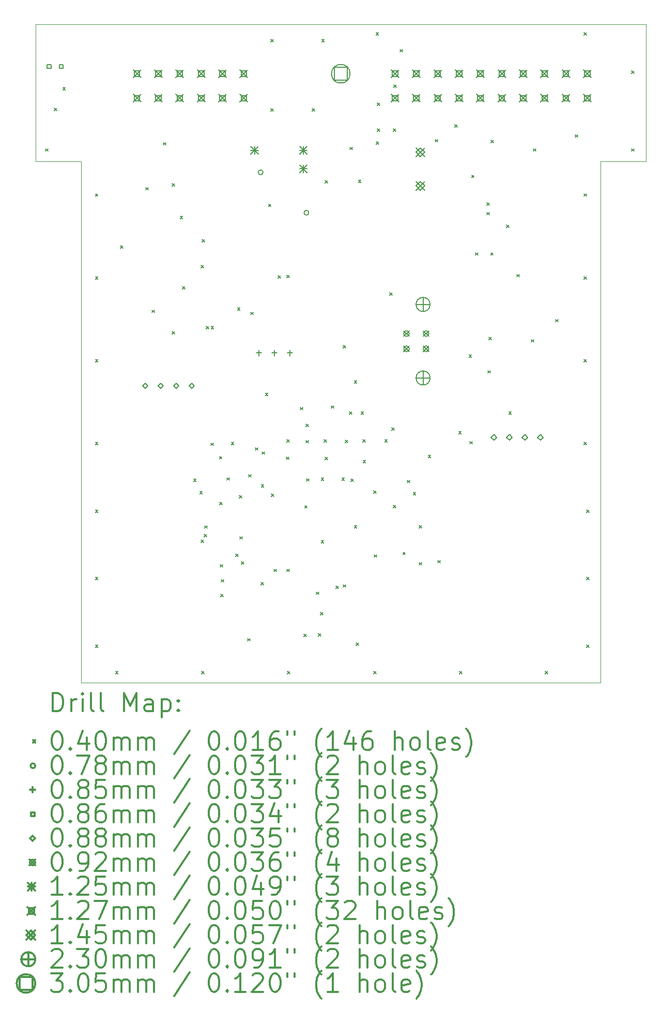
<source format=gbr>
%FSLAX45Y45*%
G04 Gerber Fmt 4.5, Leading zero omitted, Abs format (unit mm)*
G04 Created by KiCad (PCBNEW (5.1.6-0-10_14)) date 2021-12-22 00:37:46*
%MOMM*%
%LPD*%
G01*
G04 APERTURE LIST*
%TA.AperFunction,Profile*%
%ADD10C,0.100000*%
%TD*%
%ADD11C,0.200000*%
%ADD12C,0.300000*%
G04 APERTURE END LIST*
D10*
X5000000Y-4192000D02*
X5745000Y-4192000D01*
X5000000Y-6431000D02*
X5000000Y-4192000D01*
X5745000Y-6431000D02*
X5000000Y-6431000D01*
X15000000Y-4192000D02*
X14255000Y-4192000D01*
X15000000Y-6431000D02*
X15000000Y-4192000D01*
X14255000Y-6431000D02*
X15000000Y-6431000D01*
X14255000Y-14967000D02*
X14255000Y-6431000D01*
X5744972Y-14966950D02*
X14254972Y-14966950D01*
X5745000Y-14967000D02*
X5745000Y-6431000D01*
X5745000Y-4192000D02*
X14255000Y-4192000D01*
D11*
X5161600Y-6228400D02*
X5201600Y-6268400D01*
X5201600Y-6228400D02*
X5161600Y-6268400D01*
X5306380Y-5562920D02*
X5346380Y-5602920D01*
X5346380Y-5562920D02*
X5306380Y-5602920D01*
X5447350Y-5225100D02*
X5487350Y-5265100D01*
X5487350Y-5225100D02*
X5447350Y-5265100D01*
X5980750Y-6965000D02*
X6020750Y-7005000D01*
X6020750Y-6965000D02*
X5980750Y-7005000D01*
X5980750Y-8321783D02*
X6020750Y-8361783D01*
X6020750Y-8321783D02*
X5980750Y-8361783D01*
X5980750Y-9678567D02*
X6020750Y-9718567D01*
X6020750Y-9678567D02*
X5980750Y-9718567D01*
X5980750Y-11035350D02*
X6020750Y-11075350D01*
X6020750Y-11035350D02*
X5980750Y-11075350D01*
X5980750Y-12140250D02*
X6020750Y-12180250D01*
X6020750Y-12140250D02*
X5980750Y-12180250D01*
X5980750Y-13245150D02*
X6020750Y-13285150D01*
X6020750Y-13245150D02*
X5980750Y-13285150D01*
X5980750Y-14350050D02*
X6020750Y-14390050D01*
X6020750Y-14350050D02*
X5980750Y-14390050D01*
X6310950Y-14781850D02*
X6350950Y-14821850D01*
X6350950Y-14781850D02*
X6310950Y-14821850D01*
X6390960Y-7815900D02*
X6430960Y-7855900D01*
X6430960Y-7815900D02*
X6390960Y-7855900D01*
X6806250Y-6863400D02*
X6846250Y-6903400D01*
X6846250Y-6863400D02*
X6806250Y-6903400D01*
X6909120Y-8870000D02*
X6949120Y-8910000D01*
X6949120Y-8870000D02*
X6909120Y-8910000D01*
X7092000Y-6126800D02*
X7132000Y-6166800D01*
X7132000Y-6126800D02*
X7092000Y-6166800D01*
X7239320Y-6797360D02*
X7279320Y-6837360D01*
X7279320Y-6797360D02*
X7239320Y-6837360D01*
X7239320Y-9220520D02*
X7279320Y-9260520D01*
X7279320Y-9220520D02*
X7239320Y-9260520D01*
X7368860Y-7333300D02*
X7408860Y-7373300D01*
X7408860Y-7333300D02*
X7368860Y-7373300D01*
X7406960Y-8481380D02*
X7446960Y-8521380D01*
X7446960Y-8481380D02*
X7406960Y-8521380D01*
X7588570Y-11636060D02*
X7628570Y-11676060D01*
X7628570Y-11636060D02*
X7588570Y-11676060D01*
X7690170Y-11839260D02*
X7730170Y-11879260D01*
X7730170Y-11839260D02*
X7690170Y-11879260D01*
X7709220Y-12631740D02*
X7749220Y-12671740D01*
X7749220Y-12631740D02*
X7709220Y-12671740D01*
X7714300Y-8138480D02*
X7754300Y-8178480D01*
X7754300Y-8138480D02*
X7714300Y-8178480D01*
X7719380Y-14781850D02*
X7759380Y-14821850D01*
X7759380Y-14781850D02*
X7719380Y-14821850D01*
X7729540Y-7711760D02*
X7769540Y-7751760D01*
X7769540Y-7711760D02*
X7729540Y-7751760D01*
X7765100Y-12540300D02*
X7805100Y-12580300D01*
X7805100Y-12540300D02*
X7765100Y-12580300D01*
X7771450Y-12400600D02*
X7811450Y-12440600D01*
X7811450Y-12400600D02*
X7771450Y-12440600D01*
X7793040Y-9136700D02*
X7833040Y-9176700D01*
X7833040Y-9136700D02*
X7793040Y-9176700D01*
X7869240Y-11044240D02*
X7909240Y-11084240D01*
X7909240Y-11044240D02*
X7869240Y-11084240D01*
X7876860Y-9136700D02*
X7916860Y-9176700D01*
X7916860Y-9136700D02*
X7876860Y-9176700D01*
X8011480Y-11265220D02*
X8051480Y-11305220D01*
X8051480Y-11265220D02*
X8011480Y-11305220D01*
X8014020Y-12014520D02*
X8054020Y-12054520D01*
X8054020Y-12014520D02*
X8014020Y-12054520D01*
X8024180Y-13035600D02*
X8064180Y-13075600D01*
X8064180Y-13035600D02*
X8024180Y-13075600D01*
X8031800Y-13523280D02*
X8071800Y-13563280D01*
X8071800Y-13523280D02*
X8031800Y-13563280D01*
X8044500Y-13279440D02*
X8084500Y-13319440D01*
X8084500Y-13279440D02*
X8044500Y-13319440D01*
X8133400Y-11613200D02*
X8173400Y-11653200D01*
X8173400Y-11613200D02*
X8133400Y-11653200D01*
X8207060Y-11031540D02*
X8247060Y-11071540D01*
X8247060Y-11031540D02*
X8207060Y-11071540D01*
X8280720Y-12860340D02*
X8320720Y-12900340D01*
X8320720Y-12860340D02*
X8280720Y-12900340D01*
X8308660Y-8829360D02*
X8348660Y-8869360D01*
X8348660Y-8829360D02*
X8308660Y-8869360D01*
X8336600Y-11905300D02*
X8376600Y-11945300D01*
X8376600Y-11905300D02*
X8336600Y-11945300D01*
X8349300Y-12578400D02*
X8389300Y-12618400D01*
X8389300Y-12578400D02*
X8349300Y-12618400D01*
X8374700Y-12987340D02*
X8414700Y-13027340D01*
X8414700Y-12987340D02*
X8374700Y-13027340D01*
X8473760Y-14244640D02*
X8513760Y-14284640D01*
X8513760Y-14244640D02*
X8473760Y-14284640D01*
X8489000Y-11562400D02*
X8529000Y-11602400D01*
X8529000Y-11562400D02*
X8489000Y-11602400D01*
X8522020Y-8903020D02*
X8562020Y-8943020D01*
X8562020Y-8903020D02*
X8522020Y-8943020D01*
X8600760Y-11120440D02*
X8640760Y-11160440D01*
X8640760Y-11120440D02*
X8600760Y-11160440D01*
X8692200Y-13327700D02*
X8732200Y-13367700D01*
X8732200Y-13327700D02*
X8692200Y-13367700D01*
X8698550Y-11727500D02*
X8738550Y-11767500D01*
X8738550Y-11727500D02*
X8698550Y-11767500D01*
X8712520Y-11189020D02*
X8752520Y-11229020D01*
X8752520Y-11189020D02*
X8712520Y-11229020D01*
X8765860Y-10228900D02*
X8805860Y-10268900D01*
X8805860Y-10228900D02*
X8765860Y-10268900D01*
X8816660Y-7132640D02*
X8856660Y-7172640D01*
X8856660Y-7132640D02*
X8816660Y-7172640D01*
X8857300Y-4437700D02*
X8897300Y-4477700D01*
X8897300Y-4437700D02*
X8857300Y-4477700D01*
X8857300Y-5574350D02*
X8897300Y-5614350D01*
X8897300Y-5574350D02*
X8857300Y-5614350D01*
X8863650Y-11879900D02*
X8903650Y-11919900D01*
X8903650Y-11879900D02*
X8863650Y-11919900D01*
X8908100Y-13111800D02*
X8948100Y-13151800D01*
X8948100Y-13111800D02*
X8908100Y-13151800D01*
X8974140Y-8306120D02*
X9014140Y-8346120D01*
X9014140Y-8306120D02*
X8974140Y-8346120D01*
X9106220Y-11272840D02*
X9146220Y-11312840D01*
X9146220Y-11272840D02*
X9106220Y-11312840D01*
X9113840Y-8298500D02*
X9153840Y-8338500D01*
X9153840Y-8298500D02*
X9113840Y-8338500D01*
X9113840Y-13111800D02*
X9153840Y-13151800D01*
X9153840Y-13111800D02*
X9113840Y-13151800D01*
X9116380Y-10988360D02*
X9156380Y-11028360D01*
X9156380Y-10988360D02*
X9116380Y-11028360D01*
X9127810Y-14781850D02*
X9167810Y-14821850D01*
X9167810Y-14781850D02*
X9127810Y-14821850D01*
X9339900Y-10460040D02*
X9379900Y-10500040D01*
X9379900Y-10460040D02*
X9339900Y-10500040D01*
X9395780Y-14176060D02*
X9435780Y-14216060D01*
X9435780Y-14176060D02*
X9395780Y-14216060D01*
X9408480Y-12070400D02*
X9448480Y-12110400D01*
X9448480Y-12070400D02*
X9408480Y-12110400D01*
X9431340Y-10734360D02*
X9471340Y-10774360D01*
X9471340Y-10734360D02*
X9431340Y-10774360D01*
X9431340Y-11003600D02*
X9471340Y-11043600D01*
X9471340Y-11003600D02*
X9431340Y-11043600D01*
X9441500Y-11628440D02*
X9481500Y-11668440D01*
X9481500Y-11628440D02*
X9441500Y-11668440D01*
X9530400Y-5574350D02*
X9570400Y-5614350D01*
X9570400Y-5574350D02*
X9530400Y-5614350D01*
X9598980Y-13482640D02*
X9638980Y-13522640D01*
X9638980Y-13482640D02*
X9598980Y-13522640D01*
X9632000Y-14165900D02*
X9672000Y-14205900D01*
X9672000Y-14165900D02*
X9632000Y-14205900D01*
X9667560Y-13817920D02*
X9707560Y-13857920D01*
X9707560Y-13817920D02*
X9667560Y-13857920D01*
X9680150Y-11618000D02*
X9720150Y-11658000D01*
X9720150Y-11618000D02*
X9680150Y-11658000D01*
X9680150Y-12641900D02*
X9720150Y-12681900D01*
X9720150Y-12641900D02*
X9680150Y-12681900D01*
X9689150Y-4437700D02*
X9729150Y-4477700D01*
X9729150Y-4437700D02*
X9689150Y-4477700D01*
X9725980Y-10988360D02*
X9765980Y-11028360D01*
X9765980Y-10988360D02*
X9725980Y-11028360D01*
X9743760Y-11275380D02*
X9783760Y-11315380D01*
X9783760Y-11275380D02*
X9743760Y-11315380D01*
X9746300Y-6749100D02*
X9786300Y-6789100D01*
X9786300Y-6749100D02*
X9746300Y-6789100D01*
X9847900Y-10434640D02*
X9887900Y-10474640D01*
X9887900Y-10434640D02*
X9847900Y-10474640D01*
X9921560Y-13383580D02*
X9961560Y-13423580D01*
X9961560Y-13383580D02*
X9921560Y-13423580D01*
X10018885Y-11616900D02*
X10058885Y-11656900D01*
X10058885Y-11616900D02*
X10018885Y-11656900D01*
X10036822Y-13364838D02*
X10076822Y-13404838D01*
X10076822Y-13364838D02*
X10036822Y-13404838D01*
X10038400Y-9449120D02*
X10078400Y-9489120D01*
X10078400Y-9449120D02*
X10038400Y-9489120D01*
X10071420Y-10997250D02*
X10111420Y-11037250D01*
X10111420Y-10997250D02*
X10071420Y-11037250D01*
X10140000Y-10534970D02*
X10180000Y-10574970D01*
X10180000Y-10534970D02*
X10140000Y-10574970D01*
X10152700Y-6203000D02*
X10192700Y-6243000D01*
X10192700Y-6203000D02*
X10152700Y-6243000D01*
X10165551Y-11635020D02*
X10205551Y-11675020D01*
X10205551Y-11635020D02*
X10165551Y-11675020D01*
X10221280Y-10025700D02*
X10261280Y-10065700D01*
X10261280Y-10025700D02*
X10221280Y-10065700D01*
X10222550Y-12395520D02*
X10262550Y-12435520D01*
X10262550Y-12395520D02*
X10222550Y-12435520D01*
X10254300Y-14318300D02*
X10294300Y-14358300D01*
X10294300Y-14318300D02*
X10254300Y-14358300D01*
X10289860Y-6738940D02*
X10329860Y-6778940D01*
X10329860Y-6738940D02*
X10289860Y-6778940D01*
X10331770Y-10533589D02*
X10371770Y-10573589D01*
X10371770Y-10533589D02*
X10331770Y-10573589D01*
X10359710Y-10989630D02*
X10399710Y-11029630D01*
X10399710Y-10989630D02*
X10359710Y-11029630D01*
X10365550Y-11327450D02*
X10405550Y-11367450D01*
X10405550Y-11327450D02*
X10365550Y-11367450D01*
X10536240Y-14781850D02*
X10576240Y-14821850D01*
X10576240Y-14781850D02*
X10536240Y-14821850D01*
X10540050Y-11829100D02*
X10580050Y-11869100D01*
X10580050Y-11829100D02*
X10540050Y-11869100D01*
X10548940Y-12873040D02*
X10588940Y-12913040D01*
X10588940Y-12873040D02*
X10548940Y-12913040D01*
X10578150Y-4329750D02*
X10618150Y-4369750D01*
X10618150Y-4329750D02*
X10578150Y-4369750D01*
X10584500Y-6114100D02*
X10624500Y-6154100D01*
X10624500Y-6114100D02*
X10584500Y-6154100D01*
X10597200Y-5479100D02*
X10637200Y-5519100D01*
X10637200Y-5479100D02*
X10597200Y-5519100D01*
X10597200Y-5904550D02*
X10637200Y-5944550D01*
X10637200Y-5904550D02*
X10597200Y-5944550D01*
X10721660Y-10992170D02*
X10761660Y-11032170D01*
X10761660Y-10992170D02*
X10721660Y-11032170D01*
X10800400Y-8588060D02*
X10840400Y-8628060D01*
X10840400Y-8588060D02*
X10800400Y-8628060D01*
X10834690Y-10792780D02*
X10874690Y-10832780D01*
X10874690Y-10792780D02*
X10834690Y-10832780D01*
X10863900Y-5904550D02*
X10903900Y-5944550D01*
X10903900Y-5904550D02*
X10863900Y-5944550D01*
X10863900Y-12065320D02*
X10903900Y-12105320D01*
X10903900Y-12065320D02*
X10863900Y-12105320D01*
X10870250Y-5180650D02*
X10910250Y-5220650D01*
X10910250Y-5180650D02*
X10870250Y-5220650D01*
X10971850Y-4602800D02*
X11011850Y-4642800D01*
X11011850Y-4602800D02*
X10971850Y-4642800D01*
X11017570Y-12832400D02*
X11057570Y-12872400D01*
X11057570Y-12832400D02*
X11017570Y-12872400D01*
X11092500Y-11653840D02*
X11132500Y-11693840D01*
X11132500Y-11653840D02*
X11092500Y-11693840D01*
X11186480Y-11854500D02*
X11226480Y-11894500D01*
X11226480Y-11854500D02*
X11186480Y-11894500D01*
X11281730Y-13000040D02*
X11321730Y-13040040D01*
X11321730Y-13000040D02*
X11281730Y-13040040D01*
X11283000Y-12395520D02*
X11323000Y-12435520D01*
X11323000Y-12395520D02*
X11283000Y-12435520D01*
X11432860Y-11242360D02*
X11472860Y-11282360D01*
X11472860Y-11242360D02*
X11432860Y-11282360D01*
X11549700Y-6076000D02*
X11589700Y-6116000D01*
X11589700Y-6076000D02*
X11549700Y-6116000D01*
X11591610Y-12967020D02*
X11631610Y-13007020D01*
X11631610Y-12967020D02*
X11591610Y-13007020D01*
X11867200Y-5834700D02*
X11907200Y-5874700D01*
X11907200Y-5834700D02*
X11867200Y-5874700D01*
X11931970Y-10855010D02*
X11971970Y-10895010D01*
X11971970Y-10855010D02*
X11931970Y-10895010D01*
X11944670Y-14781850D02*
X11984670Y-14821850D01*
X11984670Y-14781850D02*
X11944670Y-14821850D01*
X12102150Y-9600250D02*
X12142150Y-9640250D01*
X12142150Y-9600250D02*
X12102150Y-9640250D01*
X12112310Y-11020110D02*
X12152310Y-11060110D01*
X12152310Y-11020110D02*
X12112310Y-11060110D01*
X12144060Y-6660200D02*
X12184060Y-6700200D01*
X12184060Y-6660200D02*
X12144060Y-6700200D01*
X12207560Y-7930200D02*
X12247560Y-7970200D01*
X12247560Y-7930200D02*
X12207560Y-7970200D01*
X12395520Y-7114860D02*
X12435520Y-7154860D01*
X12435520Y-7114860D02*
X12395520Y-7154860D01*
X12395520Y-7269800D02*
X12435520Y-7309800D01*
X12435520Y-7269800D02*
X12395520Y-7309800D01*
X12410760Y-9860600D02*
X12450760Y-9900600D01*
X12450760Y-9860600D02*
X12410760Y-9900600D01*
X12428540Y-9314500D02*
X12468540Y-9354500D01*
X12468540Y-9314500D02*
X12428540Y-9354500D01*
X12457750Y-7930200D02*
X12497750Y-7970200D01*
X12497750Y-7930200D02*
X12457750Y-7970200D01*
X12464100Y-6088700D02*
X12504100Y-6128700D01*
X12504100Y-6088700D02*
X12464100Y-6128700D01*
X12718100Y-7479350D02*
X12758100Y-7519350D01*
X12758100Y-7479350D02*
X12718100Y-7519350D01*
X12752390Y-10532430D02*
X12792390Y-10572430D01*
X12792390Y-10532430D02*
X12752390Y-10572430D01*
X12883200Y-8285800D02*
X12923200Y-8325800D01*
X12923200Y-8285800D02*
X12883200Y-8325800D01*
X13124500Y-9352600D02*
X13164500Y-9392600D01*
X13164500Y-9352600D02*
X13124500Y-9392600D01*
X13156250Y-6228400D02*
X13196250Y-6268400D01*
X13196250Y-6228400D02*
X13156250Y-6268400D01*
X13353100Y-14781850D02*
X13393100Y-14821850D01*
X13393100Y-14781850D02*
X13353100Y-14821850D01*
X13518200Y-9022400D02*
X13558200Y-9062400D01*
X13558200Y-9022400D02*
X13518200Y-9062400D01*
X13843320Y-5999085D02*
X13883320Y-6039085D01*
X13883320Y-5999085D02*
X13843320Y-6039085D01*
X13988100Y-4329750D02*
X14028100Y-4369750D01*
X14028100Y-4329750D02*
X13988100Y-4369750D01*
X13988100Y-6965000D02*
X14028100Y-7005000D01*
X14028100Y-6965000D02*
X13988100Y-7005000D01*
X13988100Y-8321783D02*
X14028100Y-8361783D01*
X14028100Y-8321783D02*
X13988100Y-8361783D01*
X13988100Y-9678567D02*
X14028100Y-9718567D01*
X14028100Y-9678567D02*
X13988100Y-9718567D01*
X13988100Y-11035350D02*
X14028100Y-11075350D01*
X14028100Y-11035350D02*
X13988100Y-11075350D01*
X14026200Y-12140250D02*
X14066200Y-12180250D01*
X14066200Y-12140250D02*
X14026200Y-12180250D01*
X14026200Y-13245150D02*
X14066200Y-13285150D01*
X14066200Y-13245150D02*
X14026200Y-13285150D01*
X14026200Y-14350050D02*
X14066200Y-14390050D01*
X14066200Y-14350050D02*
X14026200Y-14390050D01*
X14762800Y-4952050D02*
X14802800Y-4992050D01*
X14802800Y-4952050D02*
X14762800Y-4992050D01*
X14762800Y-6228400D02*
X14802800Y-6268400D01*
X14802800Y-6228400D02*
X14762800Y-6268400D01*
X8725690Y-6614160D02*
G75*
G03*
X8725690Y-6614160I-38890J0D01*
G01*
X9475690Y-7274160D02*
G75*
G03*
X9475690Y-7274160I-38890J0D01*
G01*
X8656320Y-9528220D02*
X8656320Y-9613220D01*
X8613820Y-9570720D02*
X8698820Y-9570720D01*
X8910320Y-9528220D02*
X8910320Y-9613220D01*
X8867820Y-9570720D02*
X8952820Y-9570720D01*
X9164320Y-9528220D02*
X9164320Y-9613220D01*
X9121820Y-9570720D02*
X9206820Y-9570720D01*
X5251706Y-4911406D02*
X5251706Y-4850594D01*
X5190894Y-4850594D01*
X5190894Y-4911406D01*
X5251706Y-4911406D01*
X5451706Y-4911406D02*
X5451706Y-4850594D01*
X5390894Y-4850594D01*
X5390894Y-4911406D01*
X5451706Y-4911406D01*
X6794500Y-10153200D02*
X6838500Y-10109200D01*
X6794500Y-10065200D01*
X6750500Y-10109200D01*
X6794500Y-10153200D01*
X7048500Y-10153200D02*
X7092500Y-10109200D01*
X7048500Y-10065200D01*
X7004500Y-10109200D01*
X7048500Y-10153200D01*
X7302500Y-10153200D02*
X7346500Y-10109200D01*
X7302500Y-10065200D01*
X7258500Y-10109200D01*
X7302500Y-10153200D01*
X7556500Y-10153200D02*
X7600500Y-10109200D01*
X7556500Y-10065200D01*
X7512500Y-10109200D01*
X7556500Y-10153200D01*
X12506960Y-10996480D02*
X12550960Y-10952480D01*
X12506960Y-10908480D01*
X12462960Y-10952480D01*
X12506960Y-10996480D01*
X12760960Y-10996480D02*
X12804960Y-10952480D01*
X12760960Y-10908480D01*
X12716960Y-10952480D01*
X12760960Y-10996480D01*
X13014960Y-10996480D02*
X13058960Y-10952480D01*
X13014960Y-10908480D01*
X12970960Y-10952480D01*
X13014960Y-10996480D01*
X13268960Y-10996480D02*
X13312960Y-10952480D01*
X13268960Y-10908480D01*
X13224960Y-10952480D01*
X13268960Y-10996480D01*
X11030940Y-9207220D02*
X11122940Y-9299220D01*
X11122940Y-9207220D02*
X11030940Y-9299220D01*
X11122940Y-9253220D02*
G75*
G03*
X11122940Y-9253220I-46000J0D01*
G01*
X11030940Y-9457220D02*
X11122940Y-9549220D01*
X11122940Y-9457220D02*
X11030940Y-9549220D01*
X11122940Y-9503220D02*
G75*
G03*
X11122940Y-9503220I-46000J0D01*
G01*
X11350940Y-9207220D02*
X11442940Y-9299220D01*
X11442940Y-9207220D02*
X11350940Y-9299220D01*
X11442940Y-9253220D02*
G75*
G03*
X11442940Y-9253220I-46000J0D01*
G01*
X11350940Y-9457220D02*
X11442940Y-9549220D01*
X11442940Y-9457220D02*
X11350940Y-9549220D01*
X11442940Y-9503220D02*
G75*
G03*
X11442940Y-9503220I-46000J0D01*
G01*
X8524300Y-6191660D02*
X8649300Y-6316660D01*
X8649300Y-6191660D02*
X8524300Y-6316660D01*
X8586800Y-6191660D02*
X8586800Y-6316660D01*
X8524300Y-6254160D02*
X8649300Y-6254160D01*
X9324300Y-6191660D02*
X9449300Y-6316660D01*
X9449300Y-6191660D02*
X9324300Y-6316660D01*
X9386800Y-6191660D02*
X9386800Y-6316660D01*
X9324300Y-6254160D02*
X9449300Y-6254160D01*
X9324300Y-6491660D02*
X9449300Y-6616660D01*
X9449300Y-6491660D02*
X9324300Y-6616660D01*
X9386800Y-6491660D02*
X9386800Y-6616660D01*
X9324300Y-6554160D02*
X9449300Y-6554160D01*
X6598500Y-4936500D02*
X6725500Y-5063500D01*
X6725500Y-4936500D02*
X6598500Y-5063500D01*
X6706902Y-5044902D02*
X6706902Y-4955098D01*
X6617098Y-4955098D01*
X6617098Y-5044902D01*
X6706902Y-5044902D01*
X6598500Y-5336500D02*
X6725500Y-5463500D01*
X6725500Y-5336500D02*
X6598500Y-5463500D01*
X6706902Y-5444902D02*
X6706902Y-5355098D01*
X6617098Y-5355098D01*
X6617098Y-5444902D01*
X6706902Y-5444902D01*
X6948500Y-4936500D02*
X7075500Y-5063500D01*
X7075500Y-4936500D02*
X6948500Y-5063500D01*
X7056902Y-5044902D02*
X7056902Y-4955098D01*
X6967098Y-4955098D01*
X6967098Y-5044902D01*
X7056902Y-5044902D01*
X6948500Y-5336500D02*
X7075500Y-5463500D01*
X7075500Y-5336500D02*
X6948500Y-5463500D01*
X7056902Y-5444902D02*
X7056902Y-5355098D01*
X6967098Y-5355098D01*
X6967098Y-5444902D01*
X7056902Y-5444902D01*
X7298500Y-4936500D02*
X7425500Y-5063500D01*
X7425500Y-4936500D02*
X7298500Y-5063500D01*
X7406902Y-5044902D02*
X7406902Y-4955098D01*
X7317098Y-4955098D01*
X7317098Y-5044902D01*
X7406902Y-5044902D01*
X7298500Y-5336500D02*
X7425500Y-5463500D01*
X7425500Y-5336500D02*
X7298500Y-5463500D01*
X7406902Y-5444902D02*
X7406902Y-5355098D01*
X7317098Y-5355098D01*
X7317098Y-5444902D01*
X7406902Y-5444902D01*
X7648500Y-4936500D02*
X7775500Y-5063500D01*
X7775500Y-4936500D02*
X7648500Y-5063500D01*
X7756902Y-5044902D02*
X7756902Y-4955098D01*
X7667098Y-4955098D01*
X7667098Y-5044902D01*
X7756902Y-5044902D01*
X7648500Y-5336500D02*
X7775500Y-5463500D01*
X7775500Y-5336500D02*
X7648500Y-5463500D01*
X7756902Y-5444902D02*
X7756902Y-5355098D01*
X7667098Y-5355098D01*
X7667098Y-5444902D01*
X7756902Y-5444902D01*
X7998500Y-4936500D02*
X8125500Y-5063500D01*
X8125500Y-4936500D02*
X7998500Y-5063500D01*
X8106902Y-5044902D02*
X8106902Y-4955098D01*
X8017098Y-4955098D01*
X8017098Y-5044902D01*
X8106902Y-5044902D01*
X7998500Y-5336500D02*
X8125500Y-5463500D01*
X8125500Y-5336500D02*
X7998500Y-5463500D01*
X8106902Y-5444902D02*
X8106902Y-5355098D01*
X8017098Y-5355098D01*
X8017098Y-5444902D01*
X8106902Y-5444902D01*
X8348500Y-4936500D02*
X8475500Y-5063500D01*
X8475500Y-4936500D02*
X8348500Y-5063500D01*
X8456902Y-5044902D02*
X8456902Y-4955098D01*
X8367098Y-4955098D01*
X8367098Y-5044902D01*
X8456902Y-5044902D01*
X8348500Y-5336500D02*
X8475500Y-5463500D01*
X8475500Y-5336500D02*
X8348500Y-5463500D01*
X8456902Y-5444902D02*
X8456902Y-5355098D01*
X8367098Y-5355098D01*
X8367098Y-5444902D01*
X8456902Y-5444902D01*
X10825500Y-4936500D02*
X10952500Y-5063500D01*
X10952500Y-4936500D02*
X10825500Y-5063500D01*
X10933902Y-5044902D02*
X10933902Y-4955098D01*
X10844098Y-4955098D01*
X10844098Y-5044902D01*
X10933902Y-5044902D01*
X10825500Y-5336500D02*
X10952500Y-5463500D01*
X10952500Y-5336500D02*
X10825500Y-5463500D01*
X10933902Y-5444902D02*
X10933902Y-5355098D01*
X10844098Y-5355098D01*
X10844098Y-5444902D01*
X10933902Y-5444902D01*
X11175500Y-4936500D02*
X11302500Y-5063500D01*
X11302500Y-4936500D02*
X11175500Y-5063500D01*
X11283902Y-5044902D02*
X11283902Y-4955098D01*
X11194098Y-4955098D01*
X11194098Y-5044902D01*
X11283902Y-5044902D01*
X11175500Y-5336500D02*
X11302500Y-5463500D01*
X11302500Y-5336500D02*
X11175500Y-5463500D01*
X11283902Y-5444902D02*
X11283902Y-5355098D01*
X11194098Y-5355098D01*
X11194098Y-5444902D01*
X11283902Y-5444902D01*
X11525500Y-4936500D02*
X11652500Y-5063500D01*
X11652500Y-4936500D02*
X11525500Y-5063500D01*
X11633902Y-5044902D02*
X11633902Y-4955098D01*
X11544098Y-4955098D01*
X11544098Y-5044902D01*
X11633902Y-5044902D01*
X11525500Y-5336500D02*
X11652500Y-5463500D01*
X11652500Y-5336500D02*
X11525500Y-5463500D01*
X11633902Y-5444902D02*
X11633902Y-5355098D01*
X11544098Y-5355098D01*
X11544098Y-5444902D01*
X11633902Y-5444902D01*
X11875500Y-4936500D02*
X12002500Y-5063500D01*
X12002500Y-4936500D02*
X11875500Y-5063500D01*
X11983902Y-5044902D02*
X11983902Y-4955098D01*
X11894098Y-4955098D01*
X11894098Y-5044902D01*
X11983902Y-5044902D01*
X11875500Y-5336500D02*
X12002500Y-5463500D01*
X12002500Y-5336500D02*
X11875500Y-5463500D01*
X11983902Y-5444902D02*
X11983902Y-5355098D01*
X11894098Y-5355098D01*
X11894098Y-5444902D01*
X11983902Y-5444902D01*
X12225500Y-4936500D02*
X12352500Y-5063500D01*
X12352500Y-4936500D02*
X12225500Y-5063500D01*
X12333902Y-5044902D02*
X12333902Y-4955098D01*
X12244098Y-4955098D01*
X12244098Y-5044902D01*
X12333902Y-5044902D01*
X12225500Y-5336500D02*
X12352500Y-5463500D01*
X12352500Y-5336500D02*
X12225500Y-5463500D01*
X12333902Y-5444902D02*
X12333902Y-5355098D01*
X12244098Y-5355098D01*
X12244098Y-5444902D01*
X12333902Y-5444902D01*
X12575500Y-4936500D02*
X12702500Y-5063500D01*
X12702500Y-4936500D02*
X12575500Y-5063500D01*
X12683902Y-5044902D02*
X12683902Y-4955098D01*
X12594098Y-4955098D01*
X12594098Y-5044902D01*
X12683902Y-5044902D01*
X12575500Y-5336500D02*
X12702500Y-5463500D01*
X12702500Y-5336500D02*
X12575500Y-5463500D01*
X12683902Y-5444902D02*
X12683902Y-5355098D01*
X12594098Y-5355098D01*
X12594098Y-5444902D01*
X12683902Y-5444902D01*
X12925500Y-4936500D02*
X13052500Y-5063500D01*
X13052500Y-4936500D02*
X12925500Y-5063500D01*
X13033902Y-5044902D02*
X13033902Y-4955098D01*
X12944098Y-4955098D01*
X12944098Y-5044902D01*
X13033902Y-5044902D01*
X12925500Y-5336500D02*
X13052500Y-5463500D01*
X13052500Y-5336500D02*
X12925500Y-5463500D01*
X13033902Y-5444902D02*
X13033902Y-5355098D01*
X12944098Y-5355098D01*
X12944098Y-5444902D01*
X13033902Y-5444902D01*
X13275500Y-4936500D02*
X13402500Y-5063500D01*
X13402500Y-4936500D02*
X13275500Y-5063500D01*
X13383902Y-5044902D02*
X13383902Y-4955098D01*
X13294098Y-4955098D01*
X13294098Y-5044902D01*
X13383902Y-5044902D01*
X13275500Y-5336500D02*
X13402500Y-5463500D01*
X13402500Y-5336500D02*
X13275500Y-5463500D01*
X13383902Y-5444902D02*
X13383902Y-5355098D01*
X13294098Y-5355098D01*
X13294098Y-5444902D01*
X13383902Y-5444902D01*
X13625500Y-4936500D02*
X13752500Y-5063500D01*
X13752500Y-4936500D02*
X13625500Y-5063500D01*
X13733902Y-5044902D02*
X13733902Y-4955098D01*
X13644098Y-4955098D01*
X13644098Y-5044902D01*
X13733902Y-5044902D01*
X13625500Y-5336500D02*
X13752500Y-5463500D01*
X13752500Y-5336500D02*
X13625500Y-5463500D01*
X13733902Y-5444902D02*
X13733902Y-5355098D01*
X13644098Y-5355098D01*
X13644098Y-5444902D01*
X13733902Y-5444902D01*
X13975500Y-4936500D02*
X14102500Y-5063500D01*
X14102500Y-4936500D02*
X13975500Y-5063500D01*
X14083902Y-5044902D02*
X14083902Y-4955098D01*
X13994098Y-4955098D01*
X13994098Y-5044902D01*
X14083902Y-5044902D01*
X13975500Y-5336500D02*
X14102500Y-5463500D01*
X14102500Y-5336500D02*
X13975500Y-5463500D01*
X14083902Y-5444902D02*
X14083902Y-5355098D01*
X13994098Y-5355098D01*
X13994098Y-5444902D01*
X14083902Y-5444902D01*
X11230500Y-6211460D02*
X11375500Y-6356460D01*
X11375500Y-6211460D02*
X11230500Y-6356460D01*
X11303000Y-6356460D02*
X11375500Y-6283960D01*
X11303000Y-6211460D01*
X11230500Y-6283960D01*
X11303000Y-6356460D01*
X11230500Y-6761460D02*
X11375500Y-6906460D01*
X11375500Y-6761460D02*
X11230500Y-6906460D01*
X11303000Y-6906460D02*
X11375500Y-6833960D01*
X11303000Y-6761460D01*
X11230500Y-6833960D01*
X11303000Y-6906460D01*
X11347940Y-8661220D02*
X11347940Y-8891220D01*
X11232940Y-8776220D02*
X11462940Y-8776220D01*
X11462940Y-8776220D02*
G75*
G03*
X11462940Y-8776220I-115000J0D01*
G01*
X11347940Y-9865220D02*
X11347940Y-10095220D01*
X11232940Y-9980220D02*
X11462940Y-9980220D01*
X11462940Y-9980220D02*
G75*
G03*
X11462940Y-9980220I-115000J0D01*
G01*
X10107835Y-5107835D02*
X10107835Y-4892165D01*
X9892165Y-4892165D01*
X9892165Y-5107835D01*
X10107835Y-5107835D01*
X10152500Y-5000000D02*
G75*
G03*
X10152500Y-5000000I-152500J0D01*
G01*
D12*
X5281428Y-15437714D02*
X5281428Y-15137714D01*
X5352857Y-15137714D01*
X5395714Y-15152000D01*
X5424286Y-15180571D01*
X5438571Y-15209143D01*
X5452857Y-15266286D01*
X5452857Y-15309143D01*
X5438571Y-15366286D01*
X5424286Y-15394857D01*
X5395714Y-15423429D01*
X5352857Y-15437714D01*
X5281428Y-15437714D01*
X5581428Y-15437714D02*
X5581428Y-15237714D01*
X5581428Y-15294857D02*
X5595714Y-15266286D01*
X5610000Y-15252000D01*
X5638571Y-15237714D01*
X5667143Y-15237714D01*
X5767143Y-15437714D02*
X5767143Y-15237714D01*
X5767143Y-15137714D02*
X5752857Y-15152000D01*
X5767143Y-15166286D01*
X5781428Y-15152000D01*
X5767143Y-15137714D01*
X5767143Y-15166286D01*
X5952857Y-15437714D02*
X5924286Y-15423429D01*
X5910000Y-15394857D01*
X5910000Y-15137714D01*
X6110000Y-15437714D02*
X6081428Y-15423429D01*
X6067143Y-15394857D01*
X6067143Y-15137714D01*
X6452857Y-15437714D02*
X6452857Y-15137714D01*
X6552857Y-15352000D01*
X6652857Y-15137714D01*
X6652857Y-15437714D01*
X6924286Y-15437714D02*
X6924286Y-15280571D01*
X6910000Y-15252000D01*
X6881428Y-15237714D01*
X6824286Y-15237714D01*
X6795714Y-15252000D01*
X6924286Y-15423429D02*
X6895714Y-15437714D01*
X6824286Y-15437714D01*
X6795714Y-15423429D01*
X6781428Y-15394857D01*
X6781428Y-15366286D01*
X6795714Y-15337714D01*
X6824286Y-15323429D01*
X6895714Y-15323429D01*
X6924286Y-15309143D01*
X7067143Y-15237714D02*
X7067143Y-15537714D01*
X7067143Y-15252000D02*
X7095714Y-15237714D01*
X7152857Y-15237714D01*
X7181428Y-15252000D01*
X7195714Y-15266286D01*
X7210000Y-15294857D01*
X7210000Y-15380571D01*
X7195714Y-15409143D01*
X7181428Y-15423429D01*
X7152857Y-15437714D01*
X7095714Y-15437714D01*
X7067143Y-15423429D01*
X7338571Y-15409143D02*
X7352857Y-15423429D01*
X7338571Y-15437714D01*
X7324286Y-15423429D01*
X7338571Y-15409143D01*
X7338571Y-15437714D01*
X7338571Y-15252000D02*
X7352857Y-15266286D01*
X7338571Y-15280571D01*
X7324286Y-15266286D01*
X7338571Y-15252000D01*
X7338571Y-15280571D01*
X4955000Y-15912000D02*
X4995000Y-15952000D01*
X4995000Y-15912000D02*
X4955000Y-15952000D01*
X5338571Y-15767714D02*
X5367143Y-15767714D01*
X5395714Y-15782000D01*
X5410000Y-15796286D01*
X5424286Y-15824857D01*
X5438571Y-15882000D01*
X5438571Y-15953429D01*
X5424286Y-16010571D01*
X5410000Y-16039143D01*
X5395714Y-16053429D01*
X5367143Y-16067714D01*
X5338571Y-16067714D01*
X5310000Y-16053429D01*
X5295714Y-16039143D01*
X5281428Y-16010571D01*
X5267143Y-15953429D01*
X5267143Y-15882000D01*
X5281428Y-15824857D01*
X5295714Y-15796286D01*
X5310000Y-15782000D01*
X5338571Y-15767714D01*
X5567143Y-16039143D02*
X5581428Y-16053429D01*
X5567143Y-16067714D01*
X5552857Y-16053429D01*
X5567143Y-16039143D01*
X5567143Y-16067714D01*
X5838571Y-15867714D02*
X5838571Y-16067714D01*
X5767143Y-15753429D02*
X5695714Y-15967714D01*
X5881428Y-15967714D01*
X6052857Y-15767714D02*
X6081428Y-15767714D01*
X6110000Y-15782000D01*
X6124286Y-15796286D01*
X6138571Y-15824857D01*
X6152857Y-15882000D01*
X6152857Y-15953429D01*
X6138571Y-16010571D01*
X6124286Y-16039143D01*
X6110000Y-16053429D01*
X6081428Y-16067714D01*
X6052857Y-16067714D01*
X6024286Y-16053429D01*
X6010000Y-16039143D01*
X5995714Y-16010571D01*
X5981428Y-15953429D01*
X5981428Y-15882000D01*
X5995714Y-15824857D01*
X6010000Y-15796286D01*
X6024286Y-15782000D01*
X6052857Y-15767714D01*
X6281428Y-16067714D02*
X6281428Y-15867714D01*
X6281428Y-15896286D02*
X6295714Y-15882000D01*
X6324286Y-15867714D01*
X6367143Y-15867714D01*
X6395714Y-15882000D01*
X6410000Y-15910571D01*
X6410000Y-16067714D01*
X6410000Y-15910571D02*
X6424286Y-15882000D01*
X6452857Y-15867714D01*
X6495714Y-15867714D01*
X6524286Y-15882000D01*
X6538571Y-15910571D01*
X6538571Y-16067714D01*
X6681428Y-16067714D02*
X6681428Y-15867714D01*
X6681428Y-15896286D02*
X6695714Y-15882000D01*
X6724286Y-15867714D01*
X6767143Y-15867714D01*
X6795714Y-15882000D01*
X6810000Y-15910571D01*
X6810000Y-16067714D01*
X6810000Y-15910571D02*
X6824286Y-15882000D01*
X6852857Y-15867714D01*
X6895714Y-15867714D01*
X6924286Y-15882000D01*
X6938571Y-15910571D01*
X6938571Y-16067714D01*
X7524286Y-15753429D02*
X7267143Y-16139143D01*
X7910000Y-15767714D02*
X7938571Y-15767714D01*
X7967143Y-15782000D01*
X7981428Y-15796286D01*
X7995714Y-15824857D01*
X8010000Y-15882000D01*
X8010000Y-15953429D01*
X7995714Y-16010571D01*
X7981428Y-16039143D01*
X7967143Y-16053429D01*
X7938571Y-16067714D01*
X7910000Y-16067714D01*
X7881428Y-16053429D01*
X7867143Y-16039143D01*
X7852857Y-16010571D01*
X7838571Y-15953429D01*
X7838571Y-15882000D01*
X7852857Y-15824857D01*
X7867143Y-15796286D01*
X7881428Y-15782000D01*
X7910000Y-15767714D01*
X8138571Y-16039143D02*
X8152857Y-16053429D01*
X8138571Y-16067714D01*
X8124286Y-16053429D01*
X8138571Y-16039143D01*
X8138571Y-16067714D01*
X8338571Y-15767714D02*
X8367143Y-15767714D01*
X8395714Y-15782000D01*
X8410000Y-15796286D01*
X8424286Y-15824857D01*
X8438571Y-15882000D01*
X8438571Y-15953429D01*
X8424286Y-16010571D01*
X8410000Y-16039143D01*
X8395714Y-16053429D01*
X8367143Y-16067714D01*
X8338571Y-16067714D01*
X8310000Y-16053429D01*
X8295714Y-16039143D01*
X8281428Y-16010571D01*
X8267143Y-15953429D01*
X8267143Y-15882000D01*
X8281428Y-15824857D01*
X8295714Y-15796286D01*
X8310000Y-15782000D01*
X8338571Y-15767714D01*
X8724286Y-16067714D02*
X8552857Y-16067714D01*
X8638571Y-16067714D02*
X8638571Y-15767714D01*
X8610000Y-15810571D01*
X8581428Y-15839143D01*
X8552857Y-15853429D01*
X8981428Y-15767714D02*
X8924286Y-15767714D01*
X8895714Y-15782000D01*
X8881428Y-15796286D01*
X8852857Y-15839143D01*
X8838571Y-15896286D01*
X8838571Y-16010571D01*
X8852857Y-16039143D01*
X8867143Y-16053429D01*
X8895714Y-16067714D01*
X8952857Y-16067714D01*
X8981428Y-16053429D01*
X8995714Y-16039143D01*
X9010000Y-16010571D01*
X9010000Y-15939143D01*
X8995714Y-15910571D01*
X8981428Y-15896286D01*
X8952857Y-15882000D01*
X8895714Y-15882000D01*
X8867143Y-15896286D01*
X8852857Y-15910571D01*
X8838571Y-15939143D01*
X9124286Y-15767714D02*
X9124286Y-15824857D01*
X9238571Y-15767714D02*
X9238571Y-15824857D01*
X9681428Y-16182000D02*
X9667143Y-16167714D01*
X9638571Y-16124857D01*
X9624286Y-16096286D01*
X9610000Y-16053429D01*
X9595714Y-15982000D01*
X9595714Y-15924857D01*
X9610000Y-15853429D01*
X9624286Y-15810571D01*
X9638571Y-15782000D01*
X9667143Y-15739143D01*
X9681428Y-15724857D01*
X9952857Y-16067714D02*
X9781428Y-16067714D01*
X9867143Y-16067714D02*
X9867143Y-15767714D01*
X9838571Y-15810571D01*
X9810000Y-15839143D01*
X9781428Y-15853429D01*
X10210000Y-15867714D02*
X10210000Y-16067714D01*
X10138571Y-15753429D02*
X10067143Y-15967714D01*
X10252857Y-15967714D01*
X10495714Y-15767714D02*
X10438571Y-15767714D01*
X10410000Y-15782000D01*
X10395714Y-15796286D01*
X10367143Y-15839143D01*
X10352857Y-15896286D01*
X10352857Y-16010571D01*
X10367143Y-16039143D01*
X10381428Y-16053429D01*
X10410000Y-16067714D01*
X10467143Y-16067714D01*
X10495714Y-16053429D01*
X10510000Y-16039143D01*
X10524286Y-16010571D01*
X10524286Y-15939143D01*
X10510000Y-15910571D01*
X10495714Y-15896286D01*
X10467143Y-15882000D01*
X10410000Y-15882000D01*
X10381428Y-15896286D01*
X10367143Y-15910571D01*
X10352857Y-15939143D01*
X10881428Y-16067714D02*
X10881428Y-15767714D01*
X11010000Y-16067714D02*
X11010000Y-15910571D01*
X10995714Y-15882000D01*
X10967143Y-15867714D01*
X10924286Y-15867714D01*
X10895714Y-15882000D01*
X10881428Y-15896286D01*
X11195714Y-16067714D02*
X11167143Y-16053429D01*
X11152857Y-16039143D01*
X11138571Y-16010571D01*
X11138571Y-15924857D01*
X11152857Y-15896286D01*
X11167143Y-15882000D01*
X11195714Y-15867714D01*
X11238571Y-15867714D01*
X11267143Y-15882000D01*
X11281428Y-15896286D01*
X11295714Y-15924857D01*
X11295714Y-16010571D01*
X11281428Y-16039143D01*
X11267143Y-16053429D01*
X11238571Y-16067714D01*
X11195714Y-16067714D01*
X11467143Y-16067714D02*
X11438571Y-16053429D01*
X11424286Y-16024857D01*
X11424286Y-15767714D01*
X11695714Y-16053429D02*
X11667143Y-16067714D01*
X11610000Y-16067714D01*
X11581428Y-16053429D01*
X11567143Y-16024857D01*
X11567143Y-15910571D01*
X11581428Y-15882000D01*
X11610000Y-15867714D01*
X11667143Y-15867714D01*
X11695714Y-15882000D01*
X11710000Y-15910571D01*
X11710000Y-15939143D01*
X11567143Y-15967714D01*
X11824286Y-16053429D02*
X11852857Y-16067714D01*
X11910000Y-16067714D01*
X11938571Y-16053429D01*
X11952857Y-16024857D01*
X11952857Y-16010571D01*
X11938571Y-15982000D01*
X11910000Y-15967714D01*
X11867143Y-15967714D01*
X11838571Y-15953429D01*
X11824286Y-15924857D01*
X11824286Y-15910571D01*
X11838571Y-15882000D01*
X11867143Y-15867714D01*
X11910000Y-15867714D01*
X11938571Y-15882000D01*
X12052857Y-16182000D02*
X12067143Y-16167714D01*
X12095714Y-16124857D01*
X12110000Y-16096286D01*
X12124286Y-16053429D01*
X12138571Y-15982000D01*
X12138571Y-15924857D01*
X12124286Y-15853429D01*
X12110000Y-15810571D01*
X12095714Y-15782000D01*
X12067143Y-15739143D01*
X12052857Y-15724857D01*
X4995000Y-16328000D02*
G75*
G03*
X4995000Y-16328000I-38890J0D01*
G01*
X5338571Y-16163714D02*
X5367143Y-16163714D01*
X5395714Y-16178000D01*
X5410000Y-16192286D01*
X5424286Y-16220857D01*
X5438571Y-16278000D01*
X5438571Y-16349429D01*
X5424286Y-16406571D01*
X5410000Y-16435143D01*
X5395714Y-16449429D01*
X5367143Y-16463714D01*
X5338571Y-16463714D01*
X5310000Y-16449429D01*
X5295714Y-16435143D01*
X5281428Y-16406571D01*
X5267143Y-16349429D01*
X5267143Y-16278000D01*
X5281428Y-16220857D01*
X5295714Y-16192286D01*
X5310000Y-16178000D01*
X5338571Y-16163714D01*
X5567143Y-16435143D02*
X5581428Y-16449429D01*
X5567143Y-16463714D01*
X5552857Y-16449429D01*
X5567143Y-16435143D01*
X5567143Y-16463714D01*
X5681428Y-16163714D02*
X5881428Y-16163714D01*
X5752857Y-16463714D01*
X6038571Y-16292286D02*
X6010000Y-16278000D01*
X5995714Y-16263714D01*
X5981428Y-16235143D01*
X5981428Y-16220857D01*
X5995714Y-16192286D01*
X6010000Y-16178000D01*
X6038571Y-16163714D01*
X6095714Y-16163714D01*
X6124286Y-16178000D01*
X6138571Y-16192286D01*
X6152857Y-16220857D01*
X6152857Y-16235143D01*
X6138571Y-16263714D01*
X6124286Y-16278000D01*
X6095714Y-16292286D01*
X6038571Y-16292286D01*
X6010000Y-16306571D01*
X5995714Y-16320857D01*
X5981428Y-16349429D01*
X5981428Y-16406571D01*
X5995714Y-16435143D01*
X6010000Y-16449429D01*
X6038571Y-16463714D01*
X6095714Y-16463714D01*
X6124286Y-16449429D01*
X6138571Y-16435143D01*
X6152857Y-16406571D01*
X6152857Y-16349429D01*
X6138571Y-16320857D01*
X6124286Y-16306571D01*
X6095714Y-16292286D01*
X6281428Y-16463714D02*
X6281428Y-16263714D01*
X6281428Y-16292286D02*
X6295714Y-16278000D01*
X6324286Y-16263714D01*
X6367143Y-16263714D01*
X6395714Y-16278000D01*
X6410000Y-16306571D01*
X6410000Y-16463714D01*
X6410000Y-16306571D02*
X6424286Y-16278000D01*
X6452857Y-16263714D01*
X6495714Y-16263714D01*
X6524286Y-16278000D01*
X6538571Y-16306571D01*
X6538571Y-16463714D01*
X6681428Y-16463714D02*
X6681428Y-16263714D01*
X6681428Y-16292286D02*
X6695714Y-16278000D01*
X6724286Y-16263714D01*
X6767143Y-16263714D01*
X6795714Y-16278000D01*
X6810000Y-16306571D01*
X6810000Y-16463714D01*
X6810000Y-16306571D02*
X6824286Y-16278000D01*
X6852857Y-16263714D01*
X6895714Y-16263714D01*
X6924286Y-16278000D01*
X6938571Y-16306571D01*
X6938571Y-16463714D01*
X7524286Y-16149429D02*
X7267143Y-16535143D01*
X7910000Y-16163714D02*
X7938571Y-16163714D01*
X7967143Y-16178000D01*
X7981428Y-16192286D01*
X7995714Y-16220857D01*
X8010000Y-16278000D01*
X8010000Y-16349429D01*
X7995714Y-16406571D01*
X7981428Y-16435143D01*
X7967143Y-16449429D01*
X7938571Y-16463714D01*
X7910000Y-16463714D01*
X7881428Y-16449429D01*
X7867143Y-16435143D01*
X7852857Y-16406571D01*
X7838571Y-16349429D01*
X7838571Y-16278000D01*
X7852857Y-16220857D01*
X7867143Y-16192286D01*
X7881428Y-16178000D01*
X7910000Y-16163714D01*
X8138571Y-16435143D02*
X8152857Y-16449429D01*
X8138571Y-16463714D01*
X8124286Y-16449429D01*
X8138571Y-16435143D01*
X8138571Y-16463714D01*
X8338571Y-16163714D02*
X8367143Y-16163714D01*
X8395714Y-16178000D01*
X8410000Y-16192286D01*
X8424286Y-16220857D01*
X8438571Y-16278000D01*
X8438571Y-16349429D01*
X8424286Y-16406571D01*
X8410000Y-16435143D01*
X8395714Y-16449429D01*
X8367143Y-16463714D01*
X8338571Y-16463714D01*
X8310000Y-16449429D01*
X8295714Y-16435143D01*
X8281428Y-16406571D01*
X8267143Y-16349429D01*
X8267143Y-16278000D01*
X8281428Y-16220857D01*
X8295714Y-16192286D01*
X8310000Y-16178000D01*
X8338571Y-16163714D01*
X8538571Y-16163714D02*
X8724286Y-16163714D01*
X8624286Y-16278000D01*
X8667143Y-16278000D01*
X8695714Y-16292286D01*
X8710000Y-16306571D01*
X8724286Y-16335143D01*
X8724286Y-16406571D01*
X8710000Y-16435143D01*
X8695714Y-16449429D01*
X8667143Y-16463714D01*
X8581428Y-16463714D01*
X8552857Y-16449429D01*
X8538571Y-16435143D01*
X9010000Y-16463714D02*
X8838571Y-16463714D01*
X8924286Y-16463714D02*
X8924286Y-16163714D01*
X8895714Y-16206571D01*
X8867143Y-16235143D01*
X8838571Y-16249429D01*
X9124286Y-16163714D02*
X9124286Y-16220857D01*
X9238571Y-16163714D02*
X9238571Y-16220857D01*
X9681428Y-16578000D02*
X9667143Y-16563714D01*
X9638571Y-16520857D01*
X9624286Y-16492286D01*
X9610000Y-16449429D01*
X9595714Y-16378000D01*
X9595714Y-16320857D01*
X9610000Y-16249429D01*
X9624286Y-16206571D01*
X9638571Y-16178000D01*
X9667143Y-16135143D01*
X9681428Y-16120857D01*
X9781428Y-16192286D02*
X9795714Y-16178000D01*
X9824286Y-16163714D01*
X9895714Y-16163714D01*
X9924286Y-16178000D01*
X9938571Y-16192286D01*
X9952857Y-16220857D01*
X9952857Y-16249429D01*
X9938571Y-16292286D01*
X9767143Y-16463714D01*
X9952857Y-16463714D01*
X10310000Y-16463714D02*
X10310000Y-16163714D01*
X10438571Y-16463714D02*
X10438571Y-16306571D01*
X10424286Y-16278000D01*
X10395714Y-16263714D01*
X10352857Y-16263714D01*
X10324286Y-16278000D01*
X10310000Y-16292286D01*
X10624286Y-16463714D02*
X10595714Y-16449429D01*
X10581428Y-16435143D01*
X10567143Y-16406571D01*
X10567143Y-16320857D01*
X10581428Y-16292286D01*
X10595714Y-16278000D01*
X10624286Y-16263714D01*
X10667143Y-16263714D01*
X10695714Y-16278000D01*
X10710000Y-16292286D01*
X10724286Y-16320857D01*
X10724286Y-16406571D01*
X10710000Y-16435143D01*
X10695714Y-16449429D01*
X10667143Y-16463714D01*
X10624286Y-16463714D01*
X10895714Y-16463714D02*
X10867143Y-16449429D01*
X10852857Y-16420857D01*
X10852857Y-16163714D01*
X11124286Y-16449429D02*
X11095714Y-16463714D01*
X11038571Y-16463714D01*
X11010000Y-16449429D01*
X10995714Y-16420857D01*
X10995714Y-16306571D01*
X11010000Y-16278000D01*
X11038571Y-16263714D01*
X11095714Y-16263714D01*
X11124286Y-16278000D01*
X11138571Y-16306571D01*
X11138571Y-16335143D01*
X10995714Y-16363714D01*
X11252857Y-16449429D02*
X11281428Y-16463714D01*
X11338571Y-16463714D01*
X11367143Y-16449429D01*
X11381428Y-16420857D01*
X11381428Y-16406571D01*
X11367143Y-16378000D01*
X11338571Y-16363714D01*
X11295714Y-16363714D01*
X11267143Y-16349429D01*
X11252857Y-16320857D01*
X11252857Y-16306571D01*
X11267143Y-16278000D01*
X11295714Y-16263714D01*
X11338571Y-16263714D01*
X11367143Y-16278000D01*
X11481428Y-16578000D02*
X11495714Y-16563714D01*
X11524286Y-16520857D01*
X11538571Y-16492286D01*
X11552857Y-16449429D01*
X11567143Y-16378000D01*
X11567143Y-16320857D01*
X11552857Y-16249429D01*
X11538571Y-16206571D01*
X11524286Y-16178000D01*
X11495714Y-16135143D01*
X11481428Y-16120857D01*
X4952500Y-16681500D02*
X4952500Y-16766500D01*
X4910000Y-16724000D02*
X4995000Y-16724000D01*
X5338571Y-16559714D02*
X5367143Y-16559714D01*
X5395714Y-16574000D01*
X5410000Y-16588286D01*
X5424286Y-16616857D01*
X5438571Y-16674000D01*
X5438571Y-16745429D01*
X5424286Y-16802572D01*
X5410000Y-16831143D01*
X5395714Y-16845429D01*
X5367143Y-16859714D01*
X5338571Y-16859714D01*
X5310000Y-16845429D01*
X5295714Y-16831143D01*
X5281428Y-16802572D01*
X5267143Y-16745429D01*
X5267143Y-16674000D01*
X5281428Y-16616857D01*
X5295714Y-16588286D01*
X5310000Y-16574000D01*
X5338571Y-16559714D01*
X5567143Y-16831143D02*
X5581428Y-16845429D01*
X5567143Y-16859714D01*
X5552857Y-16845429D01*
X5567143Y-16831143D01*
X5567143Y-16859714D01*
X5752857Y-16688286D02*
X5724286Y-16674000D01*
X5710000Y-16659714D01*
X5695714Y-16631143D01*
X5695714Y-16616857D01*
X5710000Y-16588286D01*
X5724286Y-16574000D01*
X5752857Y-16559714D01*
X5810000Y-16559714D01*
X5838571Y-16574000D01*
X5852857Y-16588286D01*
X5867143Y-16616857D01*
X5867143Y-16631143D01*
X5852857Y-16659714D01*
X5838571Y-16674000D01*
X5810000Y-16688286D01*
X5752857Y-16688286D01*
X5724286Y-16702571D01*
X5710000Y-16716857D01*
X5695714Y-16745429D01*
X5695714Y-16802572D01*
X5710000Y-16831143D01*
X5724286Y-16845429D01*
X5752857Y-16859714D01*
X5810000Y-16859714D01*
X5838571Y-16845429D01*
X5852857Y-16831143D01*
X5867143Y-16802572D01*
X5867143Y-16745429D01*
X5852857Y-16716857D01*
X5838571Y-16702571D01*
X5810000Y-16688286D01*
X6138571Y-16559714D02*
X5995714Y-16559714D01*
X5981428Y-16702571D01*
X5995714Y-16688286D01*
X6024286Y-16674000D01*
X6095714Y-16674000D01*
X6124286Y-16688286D01*
X6138571Y-16702571D01*
X6152857Y-16731143D01*
X6152857Y-16802572D01*
X6138571Y-16831143D01*
X6124286Y-16845429D01*
X6095714Y-16859714D01*
X6024286Y-16859714D01*
X5995714Y-16845429D01*
X5981428Y-16831143D01*
X6281428Y-16859714D02*
X6281428Y-16659714D01*
X6281428Y-16688286D02*
X6295714Y-16674000D01*
X6324286Y-16659714D01*
X6367143Y-16659714D01*
X6395714Y-16674000D01*
X6410000Y-16702571D01*
X6410000Y-16859714D01*
X6410000Y-16702571D02*
X6424286Y-16674000D01*
X6452857Y-16659714D01*
X6495714Y-16659714D01*
X6524286Y-16674000D01*
X6538571Y-16702571D01*
X6538571Y-16859714D01*
X6681428Y-16859714D02*
X6681428Y-16659714D01*
X6681428Y-16688286D02*
X6695714Y-16674000D01*
X6724286Y-16659714D01*
X6767143Y-16659714D01*
X6795714Y-16674000D01*
X6810000Y-16702571D01*
X6810000Y-16859714D01*
X6810000Y-16702571D02*
X6824286Y-16674000D01*
X6852857Y-16659714D01*
X6895714Y-16659714D01*
X6924286Y-16674000D01*
X6938571Y-16702571D01*
X6938571Y-16859714D01*
X7524286Y-16545429D02*
X7267143Y-16931143D01*
X7910000Y-16559714D02*
X7938571Y-16559714D01*
X7967143Y-16574000D01*
X7981428Y-16588286D01*
X7995714Y-16616857D01*
X8010000Y-16674000D01*
X8010000Y-16745429D01*
X7995714Y-16802572D01*
X7981428Y-16831143D01*
X7967143Y-16845429D01*
X7938571Y-16859714D01*
X7910000Y-16859714D01*
X7881428Y-16845429D01*
X7867143Y-16831143D01*
X7852857Y-16802572D01*
X7838571Y-16745429D01*
X7838571Y-16674000D01*
X7852857Y-16616857D01*
X7867143Y-16588286D01*
X7881428Y-16574000D01*
X7910000Y-16559714D01*
X8138571Y-16831143D02*
X8152857Y-16845429D01*
X8138571Y-16859714D01*
X8124286Y-16845429D01*
X8138571Y-16831143D01*
X8138571Y-16859714D01*
X8338571Y-16559714D02*
X8367143Y-16559714D01*
X8395714Y-16574000D01*
X8410000Y-16588286D01*
X8424286Y-16616857D01*
X8438571Y-16674000D01*
X8438571Y-16745429D01*
X8424286Y-16802572D01*
X8410000Y-16831143D01*
X8395714Y-16845429D01*
X8367143Y-16859714D01*
X8338571Y-16859714D01*
X8310000Y-16845429D01*
X8295714Y-16831143D01*
X8281428Y-16802572D01*
X8267143Y-16745429D01*
X8267143Y-16674000D01*
X8281428Y-16616857D01*
X8295714Y-16588286D01*
X8310000Y-16574000D01*
X8338571Y-16559714D01*
X8538571Y-16559714D02*
X8724286Y-16559714D01*
X8624286Y-16674000D01*
X8667143Y-16674000D01*
X8695714Y-16688286D01*
X8710000Y-16702571D01*
X8724286Y-16731143D01*
X8724286Y-16802572D01*
X8710000Y-16831143D01*
X8695714Y-16845429D01*
X8667143Y-16859714D01*
X8581428Y-16859714D01*
X8552857Y-16845429D01*
X8538571Y-16831143D01*
X8824286Y-16559714D02*
X9010000Y-16559714D01*
X8910000Y-16674000D01*
X8952857Y-16674000D01*
X8981428Y-16688286D01*
X8995714Y-16702571D01*
X9010000Y-16731143D01*
X9010000Y-16802572D01*
X8995714Y-16831143D01*
X8981428Y-16845429D01*
X8952857Y-16859714D01*
X8867143Y-16859714D01*
X8838571Y-16845429D01*
X8824286Y-16831143D01*
X9124286Y-16559714D02*
X9124286Y-16616857D01*
X9238571Y-16559714D02*
X9238571Y-16616857D01*
X9681428Y-16974000D02*
X9667143Y-16959714D01*
X9638571Y-16916857D01*
X9624286Y-16888286D01*
X9610000Y-16845429D01*
X9595714Y-16774000D01*
X9595714Y-16716857D01*
X9610000Y-16645429D01*
X9624286Y-16602571D01*
X9638571Y-16574000D01*
X9667143Y-16531143D01*
X9681428Y-16516857D01*
X9767143Y-16559714D02*
X9952857Y-16559714D01*
X9852857Y-16674000D01*
X9895714Y-16674000D01*
X9924286Y-16688286D01*
X9938571Y-16702571D01*
X9952857Y-16731143D01*
X9952857Y-16802572D01*
X9938571Y-16831143D01*
X9924286Y-16845429D01*
X9895714Y-16859714D01*
X9810000Y-16859714D01*
X9781428Y-16845429D01*
X9767143Y-16831143D01*
X10310000Y-16859714D02*
X10310000Y-16559714D01*
X10438571Y-16859714D02*
X10438571Y-16702571D01*
X10424286Y-16674000D01*
X10395714Y-16659714D01*
X10352857Y-16659714D01*
X10324286Y-16674000D01*
X10310000Y-16688286D01*
X10624286Y-16859714D02*
X10595714Y-16845429D01*
X10581428Y-16831143D01*
X10567143Y-16802572D01*
X10567143Y-16716857D01*
X10581428Y-16688286D01*
X10595714Y-16674000D01*
X10624286Y-16659714D01*
X10667143Y-16659714D01*
X10695714Y-16674000D01*
X10710000Y-16688286D01*
X10724286Y-16716857D01*
X10724286Y-16802572D01*
X10710000Y-16831143D01*
X10695714Y-16845429D01*
X10667143Y-16859714D01*
X10624286Y-16859714D01*
X10895714Y-16859714D02*
X10867143Y-16845429D01*
X10852857Y-16816857D01*
X10852857Y-16559714D01*
X11124286Y-16845429D02*
X11095714Y-16859714D01*
X11038571Y-16859714D01*
X11010000Y-16845429D01*
X10995714Y-16816857D01*
X10995714Y-16702571D01*
X11010000Y-16674000D01*
X11038571Y-16659714D01*
X11095714Y-16659714D01*
X11124286Y-16674000D01*
X11138571Y-16702571D01*
X11138571Y-16731143D01*
X10995714Y-16759714D01*
X11252857Y-16845429D02*
X11281428Y-16859714D01*
X11338571Y-16859714D01*
X11367143Y-16845429D01*
X11381428Y-16816857D01*
X11381428Y-16802572D01*
X11367143Y-16774000D01*
X11338571Y-16759714D01*
X11295714Y-16759714D01*
X11267143Y-16745429D01*
X11252857Y-16716857D01*
X11252857Y-16702571D01*
X11267143Y-16674000D01*
X11295714Y-16659714D01*
X11338571Y-16659714D01*
X11367143Y-16674000D01*
X11481428Y-16974000D02*
X11495714Y-16959714D01*
X11524286Y-16916857D01*
X11538571Y-16888286D01*
X11552857Y-16845429D01*
X11567143Y-16774000D01*
X11567143Y-16716857D01*
X11552857Y-16645429D01*
X11538571Y-16602571D01*
X11524286Y-16574000D01*
X11495714Y-16531143D01*
X11481428Y-16516857D01*
X4982406Y-17150406D02*
X4982406Y-17089594D01*
X4921594Y-17089594D01*
X4921594Y-17150406D01*
X4982406Y-17150406D01*
X5338571Y-16955714D02*
X5367143Y-16955714D01*
X5395714Y-16970000D01*
X5410000Y-16984286D01*
X5424286Y-17012857D01*
X5438571Y-17070000D01*
X5438571Y-17141429D01*
X5424286Y-17198572D01*
X5410000Y-17227143D01*
X5395714Y-17241429D01*
X5367143Y-17255714D01*
X5338571Y-17255714D01*
X5310000Y-17241429D01*
X5295714Y-17227143D01*
X5281428Y-17198572D01*
X5267143Y-17141429D01*
X5267143Y-17070000D01*
X5281428Y-17012857D01*
X5295714Y-16984286D01*
X5310000Y-16970000D01*
X5338571Y-16955714D01*
X5567143Y-17227143D02*
X5581428Y-17241429D01*
X5567143Y-17255714D01*
X5552857Y-17241429D01*
X5567143Y-17227143D01*
X5567143Y-17255714D01*
X5752857Y-17084286D02*
X5724286Y-17070000D01*
X5710000Y-17055714D01*
X5695714Y-17027143D01*
X5695714Y-17012857D01*
X5710000Y-16984286D01*
X5724286Y-16970000D01*
X5752857Y-16955714D01*
X5810000Y-16955714D01*
X5838571Y-16970000D01*
X5852857Y-16984286D01*
X5867143Y-17012857D01*
X5867143Y-17027143D01*
X5852857Y-17055714D01*
X5838571Y-17070000D01*
X5810000Y-17084286D01*
X5752857Y-17084286D01*
X5724286Y-17098572D01*
X5710000Y-17112857D01*
X5695714Y-17141429D01*
X5695714Y-17198572D01*
X5710000Y-17227143D01*
X5724286Y-17241429D01*
X5752857Y-17255714D01*
X5810000Y-17255714D01*
X5838571Y-17241429D01*
X5852857Y-17227143D01*
X5867143Y-17198572D01*
X5867143Y-17141429D01*
X5852857Y-17112857D01*
X5838571Y-17098572D01*
X5810000Y-17084286D01*
X6124286Y-16955714D02*
X6067143Y-16955714D01*
X6038571Y-16970000D01*
X6024286Y-16984286D01*
X5995714Y-17027143D01*
X5981428Y-17084286D01*
X5981428Y-17198572D01*
X5995714Y-17227143D01*
X6010000Y-17241429D01*
X6038571Y-17255714D01*
X6095714Y-17255714D01*
X6124286Y-17241429D01*
X6138571Y-17227143D01*
X6152857Y-17198572D01*
X6152857Y-17127143D01*
X6138571Y-17098572D01*
X6124286Y-17084286D01*
X6095714Y-17070000D01*
X6038571Y-17070000D01*
X6010000Y-17084286D01*
X5995714Y-17098572D01*
X5981428Y-17127143D01*
X6281428Y-17255714D02*
X6281428Y-17055714D01*
X6281428Y-17084286D02*
X6295714Y-17070000D01*
X6324286Y-17055714D01*
X6367143Y-17055714D01*
X6395714Y-17070000D01*
X6410000Y-17098572D01*
X6410000Y-17255714D01*
X6410000Y-17098572D02*
X6424286Y-17070000D01*
X6452857Y-17055714D01*
X6495714Y-17055714D01*
X6524286Y-17070000D01*
X6538571Y-17098572D01*
X6538571Y-17255714D01*
X6681428Y-17255714D02*
X6681428Y-17055714D01*
X6681428Y-17084286D02*
X6695714Y-17070000D01*
X6724286Y-17055714D01*
X6767143Y-17055714D01*
X6795714Y-17070000D01*
X6810000Y-17098572D01*
X6810000Y-17255714D01*
X6810000Y-17098572D02*
X6824286Y-17070000D01*
X6852857Y-17055714D01*
X6895714Y-17055714D01*
X6924286Y-17070000D01*
X6938571Y-17098572D01*
X6938571Y-17255714D01*
X7524286Y-16941429D02*
X7267143Y-17327143D01*
X7910000Y-16955714D02*
X7938571Y-16955714D01*
X7967143Y-16970000D01*
X7981428Y-16984286D01*
X7995714Y-17012857D01*
X8010000Y-17070000D01*
X8010000Y-17141429D01*
X7995714Y-17198572D01*
X7981428Y-17227143D01*
X7967143Y-17241429D01*
X7938571Y-17255714D01*
X7910000Y-17255714D01*
X7881428Y-17241429D01*
X7867143Y-17227143D01*
X7852857Y-17198572D01*
X7838571Y-17141429D01*
X7838571Y-17070000D01*
X7852857Y-17012857D01*
X7867143Y-16984286D01*
X7881428Y-16970000D01*
X7910000Y-16955714D01*
X8138571Y-17227143D02*
X8152857Y-17241429D01*
X8138571Y-17255714D01*
X8124286Y-17241429D01*
X8138571Y-17227143D01*
X8138571Y-17255714D01*
X8338571Y-16955714D02*
X8367143Y-16955714D01*
X8395714Y-16970000D01*
X8410000Y-16984286D01*
X8424286Y-17012857D01*
X8438571Y-17070000D01*
X8438571Y-17141429D01*
X8424286Y-17198572D01*
X8410000Y-17227143D01*
X8395714Y-17241429D01*
X8367143Y-17255714D01*
X8338571Y-17255714D01*
X8310000Y-17241429D01*
X8295714Y-17227143D01*
X8281428Y-17198572D01*
X8267143Y-17141429D01*
X8267143Y-17070000D01*
X8281428Y-17012857D01*
X8295714Y-16984286D01*
X8310000Y-16970000D01*
X8338571Y-16955714D01*
X8538571Y-16955714D02*
X8724286Y-16955714D01*
X8624286Y-17070000D01*
X8667143Y-17070000D01*
X8695714Y-17084286D01*
X8710000Y-17098572D01*
X8724286Y-17127143D01*
X8724286Y-17198572D01*
X8710000Y-17227143D01*
X8695714Y-17241429D01*
X8667143Y-17255714D01*
X8581428Y-17255714D01*
X8552857Y-17241429D01*
X8538571Y-17227143D01*
X8981428Y-17055714D02*
X8981428Y-17255714D01*
X8910000Y-16941429D02*
X8838571Y-17155714D01*
X9024286Y-17155714D01*
X9124286Y-16955714D02*
X9124286Y-17012857D01*
X9238571Y-16955714D02*
X9238571Y-17012857D01*
X9681428Y-17370000D02*
X9667143Y-17355714D01*
X9638571Y-17312857D01*
X9624286Y-17284286D01*
X9610000Y-17241429D01*
X9595714Y-17170000D01*
X9595714Y-17112857D01*
X9610000Y-17041429D01*
X9624286Y-16998572D01*
X9638571Y-16970000D01*
X9667143Y-16927143D01*
X9681428Y-16912857D01*
X9781428Y-16984286D02*
X9795714Y-16970000D01*
X9824286Y-16955714D01*
X9895714Y-16955714D01*
X9924286Y-16970000D01*
X9938571Y-16984286D01*
X9952857Y-17012857D01*
X9952857Y-17041429D01*
X9938571Y-17084286D01*
X9767143Y-17255714D01*
X9952857Y-17255714D01*
X10310000Y-17255714D02*
X10310000Y-16955714D01*
X10438571Y-17255714D02*
X10438571Y-17098572D01*
X10424286Y-17070000D01*
X10395714Y-17055714D01*
X10352857Y-17055714D01*
X10324286Y-17070000D01*
X10310000Y-17084286D01*
X10624286Y-17255714D02*
X10595714Y-17241429D01*
X10581428Y-17227143D01*
X10567143Y-17198572D01*
X10567143Y-17112857D01*
X10581428Y-17084286D01*
X10595714Y-17070000D01*
X10624286Y-17055714D01*
X10667143Y-17055714D01*
X10695714Y-17070000D01*
X10710000Y-17084286D01*
X10724286Y-17112857D01*
X10724286Y-17198572D01*
X10710000Y-17227143D01*
X10695714Y-17241429D01*
X10667143Y-17255714D01*
X10624286Y-17255714D01*
X10895714Y-17255714D02*
X10867143Y-17241429D01*
X10852857Y-17212857D01*
X10852857Y-16955714D01*
X11124286Y-17241429D02*
X11095714Y-17255714D01*
X11038571Y-17255714D01*
X11010000Y-17241429D01*
X10995714Y-17212857D01*
X10995714Y-17098572D01*
X11010000Y-17070000D01*
X11038571Y-17055714D01*
X11095714Y-17055714D01*
X11124286Y-17070000D01*
X11138571Y-17098572D01*
X11138571Y-17127143D01*
X10995714Y-17155714D01*
X11252857Y-17241429D02*
X11281428Y-17255714D01*
X11338571Y-17255714D01*
X11367143Y-17241429D01*
X11381428Y-17212857D01*
X11381428Y-17198572D01*
X11367143Y-17170000D01*
X11338571Y-17155714D01*
X11295714Y-17155714D01*
X11267143Y-17141429D01*
X11252857Y-17112857D01*
X11252857Y-17098572D01*
X11267143Y-17070000D01*
X11295714Y-17055714D01*
X11338571Y-17055714D01*
X11367143Y-17070000D01*
X11481428Y-17370000D02*
X11495714Y-17355714D01*
X11524286Y-17312857D01*
X11538571Y-17284286D01*
X11552857Y-17241429D01*
X11567143Y-17170000D01*
X11567143Y-17112857D01*
X11552857Y-17041429D01*
X11538571Y-16998572D01*
X11524286Y-16970000D01*
X11495714Y-16927143D01*
X11481428Y-16912857D01*
X4951000Y-17560000D02*
X4995000Y-17516000D01*
X4951000Y-17472000D01*
X4907000Y-17516000D01*
X4951000Y-17560000D01*
X5338571Y-17351714D02*
X5367143Y-17351714D01*
X5395714Y-17366000D01*
X5410000Y-17380286D01*
X5424286Y-17408857D01*
X5438571Y-17466000D01*
X5438571Y-17537429D01*
X5424286Y-17594572D01*
X5410000Y-17623143D01*
X5395714Y-17637429D01*
X5367143Y-17651714D01*
X5338571Y-17651714D01*
X5310000Y-17637429D01*
X5295714Y-17623143D01*
X5281428Y-17594572D01*
X5267143Y-17537429D01*
X5267143Y-17466000D01*
X5281428Y-17408857D01*
X5295714Y-17380286D01*
X5310000Y-17366000D01*
X5338571Y-17351714D01*
X5567143Y-17623143D02*
X5581428Y-17637429D01*
X5567143Y-17651714D01*
X5552857Y-17637429D01*
X5567143Y-17623143D01*
X5567143Y-17651714D01*
X5752857Y-17480286D02*
X5724286Y-17466000D01*
X5710000Y-17451714D01*
X5695714Y-17423143D01*
X5695714Y-17408857D01*
X5710000Y-17380286D01*
X5724286Y-17366000D01*
X5752857Y-17351714D01*
X5810000Y-17351714D01*
X5838571Y-17366000D01*
X5852857Y-17380286D01*
X5867143Y-17408857D01*
X5867143Y-17423143D01*
X5852857Y-17451714D01*
X5838571Y-17466000D01*
X5810000Y-17480286D01*
X5752857Y-17480286D01*
X5724286Y-17494572D01*
X5710000Y-17508857D01*
X5695714Y-17537429D01*
X5695714Y-17594572D01*
X5710000Y-17623143D01*
X5724286Y-17637429D01*
X5752857Y-17651714D01*
X5810000Y-17651714D01*
X5838571Y-17637429D01*
X5852857Y-17623143D01*
X5867143Y-17594572D01*
X5867143Y-17537429D01*
X5852857Y-17508857D01*
X5838571Y-17494572D01*
X5810000Y-17480286D01*
X6038571Y-17480286D02*
X6010000Y-17466000D01*
X5995714Y-17451714D01*
X5981428Y-17423143D01*
X5981428Y-17408857D01*
X5995714Y-17380286D01*
X6010000Y-17366000D01*
X6038571Y-17351714D01*
X6095714Y-17351714D01*
X6124286Y-17366000D01*
X6138571Y-17380286D01*
X6152857Y-17408857D01*
X6152857Y-17423143D01*
X6138571Y-17451714D01*
X6124286Y-17466000D01*
X6095714Y-17480286D01*
X6038571Y-17480286D01*
X6010000Y-17494572D01*
X5995714Y-17508857D01*
X5981428Y-17537429D01*
X5981428Y-17594572D01*
X5995714Y-17623143D01*
X6010000Y-17637429D01*
X6038571Y-17651714D01*
X6095714Y-17651714D01*
X6124286Y-17637429D01*
X6138571Y-17623143D01*
X6152857Y-17594572D01*
X6152857Y-17537429D01*
X6138571Y-17508857D01*
X6124286Y-17494572D01*
X6095714Y-17480286D01*
X6281428Y-17651714D02*
X6281428Y-17451714D01*
X6281428Y-17480286D02*
X6295714Y-17466000D01*
X6324286Y-17451714D01*
X6367143Y-17451714D01*
X6395714Y-17466000D01*
X6410000Y-17494572D01*
X6410000Y-17651714D01*
X6410000Y-17494572D02*
X6424286Y-17466000D01*
X6452857Y-17451714D01*
X6495714Y-17451714D01*
X6524286Y-17466000D01*
X6538571Y-17494572D01*
X6538571Y-17651714D01*
X6681428Y-17651714D02*
X6681428Y-17451714D01*
X6681428Y-17480286D02*
X6695714Y-17466000D01*
X6724286Y-17451714D01*
X6767143Y-17451714D01*
X6795714Y-17466000D01*
X6810000Y-17494572D01*
X6810000Y-17651714D01*
X6810000Y-17494572D02*
X6824286Y-17466000D01*
X6852857Y-17451714D01*
X6895714Y-17451714D01*
X6924286Y-17466000D01*
X6938571Y-17494572D01*
X6938571Y-17651714D01*
X7524286Y-17337429D02*
X7267143Y-17723143D01*
X7910000Y-17351714D02*
X7938571Y-17351714D01*
X7967143Y-17366000D01*
X7981428Y-17380286D01*
X7995714Y-17408857D01*
X8010000Y-17466000D01*
X8010000Y-17537429D01*
X7995714Y-17594572D01*
X7981428Y-17623143D01*
X7967143Y-17637429D01*
X7938571Y-17651714D01*
X7910000Y-17651714D01*
X7881428Y-17637429D01*
X7867143Y-17623143D01*
X7852857Y-17594572D01*
X7838571Y-17537429D01*
X7838571Y-17466000D01*
X7852857Y-17408857D01*
X7867143Y-17380286D01*
X7881428Y-17366000D01*
X7910000Y-17351714D01*
X8138571Y-17623143D02*
X8152857Y-17637429D01*
X8138571Y-17651714D01*
X8124286Y-17637429D01*
X8138571Y-17623143D01*
X8138571Y-17651714D01*
X8338571Y-17351714D02*
X8367143Y-17351714D01*
X8395714Y-17366000D01*
X8410000Y-17380286D01*
X8424286Y-17408857D01*
X8438571Y-17466000D01*
X8438571Y-17537429D01*
X8424286Y-17594572D01*
X8410000Y-17623143D01*
X8395714Y-17637429D01*
X8367143Y-17651714D01*
X8338571Y-17651714D01*
X8310000Y-17637429D01*
X8295714Y-17623143D01*
X8281428Y-17594572D01*
X8267143Y-17537429D01*
X8267143Y-17466000D01*
X8281428Y-17408857D01*
X8295714Y-17380286D01*
X8310000Y-17366000D01*
X8338571Y-17351714D01*
X8538571Y-17351714D02*
X8724286Y-17351714D01*
X8624286Y-17466000D01*
X8667143Y-17466000D01*
X8695714Y-17480286D01*
X8710000Y-17494572D01*
X8724286Y-17523143D01*
X8724286Y-17594572D01*
X8710000Y-17623143D01*
X8695714Y-17637429D01*
X8667143Y-17651714D01*
X8581428Y-17651714D01*
X8552857Y-17637429D01*
X8538571Y-17623143D01*
X8995714Y-17351714D02*
X8852857Y-17351714D01*
X8838571Y-17494572D01*
X8852857Y-17480286D01*
X8881428Y-17466000D01*
X8952857Y-17466000D01*
X8981428Y-17480286D01*
X8995714Y-17494572D01*
X9010000Y-17523143D01*
X9010000Y-17594572D01*
X8995714Y-17623143D01*
X8981428Y-17637429D01*
X8952857Y-17651714D01*
X8881428Y-17651714D01*
X8852857Y-17637429D01*
X8838571Y-17623143D01*
X9124286Y-17351714D02*
X9124286Y-17408857D01*
X9238571Y-17351714D02*
X9238571Y-17408857D01*
X9681428Y-17766000D02*
X9667143Y-17751714D01*
X9638571Y-17708857D01*
X9624286Y-17680286D01*
X9610000Y-17637429D01*
X9595714Y-17566000D01*
X9595714Y-17508857D01*
X9610000Y-17437429D01*
X9624286Y-17394572D01*
X9638571Y-17366000D01*
X9667143Y-17323143D01*
X9681428Y-17308857D01*
X9838571Y-17480286D02*
X9810000Y-17466000D01*
X9795714Y-17451714D01*
X9781428Y-17423143D01*
X9781428Y-17408857D01*
X9795714Y-17380286D01*
X9810000Y-17366000D01*
X9838571Y-17351714D01*
X9895714Y-17351714D01*
X9924286Y-17366000D01*
X9938571Y-17380286D01*
X9952857Y-17408857D01*
X9952857Y-17423143D01*
X9938571Y-17451714D01*
X9924286Y-17466000D01*
X9895714Y-17480286D01*
X9838571Y-17480286D01*
X9810000Y-17494572D01*
X9795714Y-17508857D01*
X9781428Y-17537429D01*
X9781428Y-17594572D01*
X9795714Y-17623143D01*
X9810000Y-17637429D01*
X9838571Y-17651714D01*
X9895714Y-17651714D01*
X9924286Y-17637429D01*
X9938571Y-17623143D01*
X9952857Y-17594572D01*
X9952857Y-17537429D01*
X9938571Y-17508857D01*
X9924286Y-17494572D01*
X9895714Y-17480286D01*
X10310000Y-17651714D02*
X10310000Y-17351714D01*
X10438571Y-17651714D02*
X10438571Y-17494572D01*
X10424286Y-17466000D01*
X10395714Y-17451714D01*
X10352857Y-17451714D01*
X10324286Y-17466000D01*
X10310000Y-17480286D01*
X10624286Y-17651714D02*
X10595714Y-17637429D01*
X10581428Y-17623143D01*
X10567143Y-17594572D01*
X10567143Y-17508857D01*
X10581428Y-17480286D01*
X10595714Y-17466000D01*
X10624286Y-17451714D01*
X10667143Y-17451714D01*
X10695714Y-17466000D01*
X10710000Y-17480286D01*
X10724286Y-17508857D01*
X10724286Y-17594572D01*
X10710000Y-17623143D01*
X10695714Y-17637429D01*
X10667143Y-17651714D01*
X10624286Y-17651714D01*
X10895714Y-17651714D02*
X10867143Y-17637429D01*
X10852857Y-17608857D01*
X10852857Y-17351714D01*
X11124286Y-17637429D02*
X11095714Y-17651714D01*
X11038571Y-17651714D01*
X11010000Y-17637429D01*
X10995714Y-17608857D01*
X10995714Y-17494572D01*
X11010000Y-17466000D01*
X11038571Y-17451714D01*
X11095714Y-17451714D01*
X11124286Y-17466000D01*
X11138571Y-17494572D01*
X11138571Y-17523143D01*
X10995714Y-17551714D01*
X11252857Y-17637429D02*
X11281428Y-17651714D01*
X11338571Y-17651714D01*
X11367143Y-17637429D01*
X11381428Y-17608857D01*
X11381428Y-17594572D01*
X11367143Y-17566000D01*
X11338571Y-17551714D01*
X11295714Y-17551714D01*
X11267143Y-17537429D01*
X11252857Y-17508857D01*
X11252857Y-17494572D01*
X11267143Y-17466000D01*
X11295714Y-17451714D01*
X11338571Y-17451714D01*
X11367143Y-17466000D01*
X11481428Y-17766000D02*
X11495714Y-17751714D01*
X11524286Y-17708857D01*
X11538571Y-17680286D01*
X11552857Y-17637429D01*
X11567143Y-17566000D01*
X11567143Y-17508857D01*
X11552857Y-17437429D01*
X11538571Y-17394572D01*
X11524286Y-17366000D01*
X11495714Y-17323143D01*
X11481428Y-17308857D01*
X4903000Y-17866000D02*
X4995000Y-17958000D01*
X4995000Y-17866000D02*
X4903000Y-17958000D01*
X4995000Y-17912000D02*
G75*
G03*
X4995000Y-17912000I-46000J0D01*
G01*
X5338571Y-17747714D02*
X5367143Y-17747714D01*
X5395714Y-17762000D01*
X5410000Y-17776286D01*
X5424286Y-17804857D01*
X5438571Y-17862000D01*
X5438571Y-17933429D01*
X5424286Y-17990572D01*
X5410000Y-18019143D01*
X5395714Y-18033429D01*
X5367143Y-18047714D01*
X5338571Y-18047714D01*
X5310000Y-18033429D01*
X5295714Y-18019143D01*
X5281428Y-17990572D01*
X5267143Y-17933429D01*
X5267143Y-17862000D01*
X5281428Y-17804857D01*
X5295714Y-17776286D01*
X5310000Y-17762000D01*
X5338571Y-17747714D01*
X5567143Y-18019143D02*
X5581428Y-18033429D01*
X5567143Y-18047714D01*
X5552857Y-18033429D01*
X5567143Y-18019143D01*
X5567143Y-18047714D01*
X5724286Y-18047714D02*
X5781428Y-18047714D01*
X5810000Y-18033429D01*
X5824286Y-18019143D01*
X5852857Y-17976286D01*
X5867143Y-17919143D01*
X5867143Y-17804857D01*
X5852857Y-17776286D01*
X5838571Y-17762000D01*
X5810000Y-17747714D01*
X5752857Y-17747714D01*
X5724286Y-17762000D01*
X5710000Y-17776286D01*
X5695714Y-17804857D01*
X5695714Y-17876286D01*
X5710000Y-17904857D01*
X5724286Y-17919143D01*
X5752857Y-17933429D01*
X5810000Y-17933429D01*
X5838571Y-17919143D01*
X5852857Y-17904857D01*
X5867143Y-17876286D01*
X5981428Y-17776286D02*
X5995714Y-17762000D01*
X6024286Y-17747714D01*
X6095714Y-17747714D01*
X6124286Y-17762000D01*
X6138571Y-17776286D01*
X6152857Y-17804857D01*
X6152857Y-17833429D01*
X6138571Y-17876286D01*
X5967143Y-18047714D01*
X6152857Y-18047714D01*
X6281428Y-18047714D02*
X6281428Y-17847714D01*
X6281428Y-17876286D02*
X6295714Y-17862000D01*
X6324286Y-17847714D01*
X6367143Y-17847714D01*
X6395714Y-17862000D01*
X6410000Y-17890572D01*
X6410000Y-18047714D01*
X6410000Y-17890572D02*
X6424286Y-17862000D01*
X6452857Y-17847714D01*
X6495714Y-17847714D01*
X6524286Y-17862000D01*
X6538571Y-17890572D01*
X6538571Y-18047714D01*
X6681428Y-18047714D02*
X6681428Y-17847714D01*
X6681428Y-17876286D02*
X6695714Y-17862000D01*
X6724286Y-17847714D01*
X6767143Y-17847714D01*
X6795714Y-17862000D01*
X6810000Y-17890572D01*
X6810000Y-18047714D01*
X6810000Y-17890572D02*
X6824286Y-17862000D01*
X6852857Y-17847714D01*
X6895714Y-17847714D01*
X6924286Y-17862000D01*
X6938571Y-17890572D01*
X6938571Y-18047714D01*
X7524286Y-17733429D02*
X7267143Y-18119143D01*
X7910000Y-17747714D02*
X7938571Y-17747714D01*
X7967143Y-17762000D01*
X7981428Y-17776286D01*
X7995714Y-17804857D01*
X8010000Y-17862000D01*
X8010000Y-17933429D01*
X7995714Y-17990572D01*
X7981428Y-18019143D01*
X7967143Y-18033429D01*
X7938571Y-18047714D01*
X7910000Y-18047714D01*
X7881428Y-18033429D01*
X7867143Y-18019143D01*
X7852857Y-17990572D01*
X7838571Y-17933429D01*
X7838571Y-17862000D01*
X7852857Y-17804857D01*
X7867143Y-17776286D01*
X7881428Y-17762000D01*
X7910000Y-17747714D01*
X8138571Y-18019143D02*
X8152857Y-18033429D01*
X8138571Y-18047714D01*
X8124286Y-18033429D01*
X8138571Y-18019143D01*
X8138571Y-18047714D01*
X8338571Y-17747714D02*
X8367143Y-17747714D01*
X8395714Y-17762000D01*
X8410000Y-17776286D01*
X8424286Y-17804857D01*
X8438571Y-17862000D01*
X8438571Y-17933429D01*
X8424286Y-17990572D01*
X8410000Y-18019143D01*
X8395714Y-18033429D01*
X8367143Y-18047714D01*
X8338571Y-18047714D01*
X8310000Y-18033429D01*
X8295714Y-18019143D01*
X8281428Y-17990572D01*
X8267143Y-17933429D01*
X8267143Y-17862000D01*
X8281428Y-17804857D01*
X8295714Y-17776286D01*
X8310000Y-17762000D01*
X8338571Y-17747714D01*
X8538571Y-17747714D02*
X8724286Y-17747714D01*
X8624286Y-17862000D01*
X8667143Y-17862000D01*
X8695714Y-17876286D01*
X8710000Y-17890572D01*
X8724286Y-17919143D01*
X8724286Y-17990572D01*
X8710000Y-18019143D01*
X8695714Y-18033429D01*
X8667143Y-18047714D01*
X8581428Y-18047714D01*
X8552857Y-18033429D01*
X8538571Y-18019143D01*
X8981428Y-17747714D02*
X8924286Y-17747714D01*
X8895714Y-17762000D01*
X8881428Y-17776286D01*
X8852857Y-17819143D01*
X8838571Y-17876286D01*
X8838571Y-17990572D01*
X8852857Y-18019143D01*
X8867143Y-18033429D01*
X8895714Y-18047714D01*
X8952857Y-18047714D01*
X8981428Y-18033429D01*
X8995714Y-18019143D01*
X9010000Y-17990572D01*
X9010000Y-17919143D01*
X8995714Y-17890572D01*
X8981428Y-17876286D01*
X8952857Y-17862000D01*
X8895714Y-17862000D01*
X8867143Y-17876286D01*
X8852857Y-17890572D01*
X8838571Y-17919143D01*
X9124286Y-17747714D02*
X9124286Y-17804857D01*
X9238571Y-17747714D02*
X9238571Y-17804857D01*
X9681428Y-18162000D02*
X9667143Y-18147714D01*
X9638571Y-18104857D01*
X9624286Y-18076286D01*
X9610000Y-18033429D01*
X9595714Y-17962000D01*
X9595714Y-17904857D01*
X9610000Y-17833429D01*
X9624286Y-17790572D01*
X9638571Y-17762000D01*
X9667143Y-17719143D01*
X9681428Y-17704857D01*
X9924286Y-17847714D02*
X9924286Y-18047714D01*
X9852857Y-17733429D02*
X9781428Y-17947714D01*
X9967143Y-17947714D01*
X10310000Y-18047714D02*
X10310000Y-17747714D01*
X10438571Y-18047714D02*
X10438571Y-17890572D01*
X10424286Y-17862000D01*
X10395714Y-17847714D01*
X10352857Y-17847714D01*
X10324286Y-17862000D01*
X10310000Y-17876286D01*
X10624286Y-18047714D02*
X10595714Y-18033429D01*
X10581428Y-18019143D01*
X10567143Y-17990572D01*
X10567143Y-17904857D01*
X10581428Y-17876286D01*
X10595714Y-17862000D01*
X10624286Y-17847714D01*
X10667143Y-17847714D01*
X10695714Y-17862000D01*
X10710000Y-17876286D01*
X10724286Y-17904857D01*
X10724286Y-17990572D01*
X10710000Y-18019143D01*
X10695714Y-18033429D01*
X10667143Y-18047714D01*
X10624286Y-18047714D01*
X10895714Y-18047714D02*
X10867143Y-18033429D01*
X10852857Y-18004857D01*
X10852857Y-17747714D01*
X11124286Y-18033429D02*
X11095714Y-18047714D01*
X11038571Y-18047714D01*
X11010000Y-18033429D01*
X10995714Y-18004857D01*
X10995714Y-17890572D01*
X11010000Y-17862000D01*
X11038571Y-17847714D01*
X11095714Y-17847714D01*
X11124286Y-17862000D01*
X11138571Y-17890572D01*
X11138571Y-17919143D01*
X10995714Y-17947714D01*
X11252857Y-18033429D02*
X11281428Y-18047714D01*
X11338571Y-18047714D01*
X11367143Y-18033429D01*
X11381428Y-18004857D01*
X11381428Y-17990572D01*
X11367143Y-17962000D01*
X11338571Y-17947714D01*
X11295714Y-17947714D01*
X11267143Y-17933429D01*
X11252857Y-17904857D01*
X11252857Y-17890572D01*
X11267143Y-17862000D01*
X11295714Y-17847714D01*
X11338571Y-17847714D01*
X11367143Y-17862000D01*
X11481428Y-18162000D02*
X11495714Y-18147714D01*
X11524286Y-18104857D01*
X11538571Y-18076286D01*
X11552857Y-18033429D01*
X11567143Y-17962000D01*
X11567143Y-17904857D01*
X11552857Y-17833429D01*
X11538571Y-17790572D01*
X11524286Y-17762000D01*
X11495714Y-17719143D01*
X11481428Y-17704857D01*
X4870000Y-18245500D02*
X4995000Y-18370500D01*
X4995000Y-18245500D02*
X4870000Y-18370500D01*
X4932500Y-18245500D02*
X4932500Y-18370500D01*
X4870000Y-18308000D02*
X4995000Y-18308000D01*
X5438571Y-18443714D02*
X5267143Y-18443714D01*
X5352857Y-18443714D02*
X5352857Y-18143714D01*
X5324286Y-18186572D01*
X5295714Y-18215143D01*
X5267143Y-18229429D01*
X5567143Y-18415143D02*
X5581428Y-18429429D01*
X5567143Y-18443714D01*
X5552857Y-18429429D01*
X5567143Y-18415143D01*
X5567143Y-18443714D01*
X5695714Y-18172286D02*
X5710000Y-18158000D01*
X5738571Y-18143714D01*
X5810000Y-18143714D01*
X5838571Y-18158000D01*
X5852857Y-18172286D01*
X5867143Y-18200857D01*
X5867143Y-18229429D01*
X5852857Y-18272286D01*
X5681428Y-18443714D01*
X5867143Y-18443714D01*
X6138571Y-18143714D02*
X5995714Y-18143714D01*
X5981428Y-18286572D01*
X5995714Y-18272286D01*
X6024286Y-18258000D01*
X6095714Y-18258000D01*
X6124286Y-18272286D01*
X6138571Y-18286572D01*
X6152857Y-18315143D01*
X6152857Y-18386572D01*
X6138571Y-18415143D01*
X6124286Y-18429429D01*
X6095714Y-18443714D01*
X6024286Y-18443714D01*
X5995714Y-18429429D01*
X5981428Y-18415143D01*
X6281428Y-18443714D02*
X6281428Y-18243714D01*
X6281428Y-18272286D02*
X6295714Y-18258000D01*
X6324286Y-18243714D01*
X6367143Y-18243714D01*
X6395714Y-18258000D01*
X6410000Y-18286572D01*
X6410000Y-18443714D01*
X6410000Y-18286572D02*
X6424286Y-18258000D01*
X6452857Y-18243714D01*
X6495714Y-18243714D01*
X6524286Y-18258000D01*
X6538571Y-18286572D01*
X6538571Y-18443714D01*
X6681428Y-18443714D02*
X6681428Y-18243714D01*
X6681428Y-18272286D02*
X6695714Y-18258000D01*
X6724286Y-18243714D01*
X6767143Y-18243714D01*
X6795714Y-18258000D01*
X6810000Y-18286572D01*
X6810000Y-18443714D01*
X6810000Y-18286572D02*
X6824286Y-18258000D01*
X6852857Y-18243714D01*
X6895714Y-18243714D01*
X6924286Y-18258000D01*
X6938571Y-18286572D01*
X6938571Y-18443714D01*
X7524286Y-18129429D02*
X7267143Y-18515143D01*
X7910000Y-18143714D02*
X7938571Y-18143714D01*
X7967143Y-18158000D01*
X7981428Y-18172286D01*
X7995714Y-18200857D01*
X8010000Y-18258000D01*
X8010000Y-18329429D01*
X7995714Y-18386572D01*
X7981428Y-18415143D01*
X7967143Y-18429429D01*
X7938571Y-18443714D01*
X7910000Y-18443714D01*
X7881428Y-18429429D01*
X7867143Y-18415143D01*
X7852857Y-18386572D01*
X7838571Y-18329429D01*
X7838571Y-18258000D01*
X7852857Y-18200857D01*
X7867143Y-18172286D01*
X7881428Y-18158000D01*
X7910000Y-18143714D01*
X8138571Y-18415143D02*
X8152857Y-18429429D01*
X8138571Y-18443714D01*
X8124286Y-18429429D01*
X8138571Y-18415143D01*
X8138571Y-18443714D01*
X8338571Y-18143714D02*
X8367143Y-18143714D01*
X8395714Y-18158000D01*
X8410000Y-18172286D01*
X8424286Y-18200857D01*
X8438571Y-18258000D01*
X8438571Y-18329429D01*
X8424286Y-18386572D01*
X8410000Y-18415143D01*
X8395714Y-18429429D01*
X8367143Y-18443714D01*
X8338571Y-18443714D01*
X8310000Y-18429429D01*
X8295714Y-18415143D01*
X8281428Y-18386572D01*
X8267143Y-18329429D01*
X8267143Y-18258000D01*
X8281428Y-18200857D01*
X8295714Y-18172286D01*
X8310000Y-18158000D01*
X8338571Y-18143714D01*
X8695714Y-18243714D02*
X8695714Y-18443714D01*
X8624286Y-18129429D02*
X8552857Y-18343714D01*
X8738571Y-18343714D01*
X8867143Y-18443714D02*
X8924286Y-18443714D01*
X8952857Y-18429429D01*
X8967143Y-18415143D01*
X8995714Y-18372286D01*
X9010000Y-18315143D01*
X9010000Y-18200857D01*
X8995714Y-18172286D01*
X8981428Y-18158000D01*
X8952857Y-18143714D01*
X8895714Y-18143714D01*
X8867143Y-18158000D01*
X8852857Y-18172286D01*
X8838571Y-18200857D01*
X8838571Y-18272286D01*
X8852857Y-18300857D01*
X8867143Y-18315143D01*
X8895714Y-18329429D01*
X8952857Y-18329429D01*
X8981428Y-18315143D01*
X8995714Y-18300857D01*
X9010000Y-18272286D01*
X9124286Y-18143714D02*
X9124286Y-18200857D01*
X9238571Y-18143714D02*
X9238571Y-18200857D01*
X9681428Y-18558000D02*
X9667143Y-18543714D01*
X9638571Y-18500857D01*
X9624286Y-18472286D01*
X9610000Y-18429429D01*
X9595714Y-18358000D01*
X9595714Y-18300857D01*
X9610000Y-18229429D01*
X9624286Y-18186572D01*
X9638571Y-18158000D01*
X9667143Y-18115143D01*
X9681428Y-18100857D01*
X9767143Y-18143714D02*
X9952857Y-18143714D01*
X9852857Y-18258000D01*
X9895714Y-18258000D01*
X9924286Y-18272286D01*
X9938571Y-18286572D01*
X9952857Y-18315143D01*
X9952857Y-18386572D01*
X9938571Y-18415143D01*
X9924286Y-18429429D01*
X9895714Y-18443714D01*
X9810000Y-18443714D01*
X9781428Y-18429429D01*
X9767143Y-18415143D01*
X10310000Y-18443714D02*
X10310000Y-18143714D01*
X10438571Y-18443714D02*
X10438571Y-18286572D01*
X10424286Y-18258000D01*
X10395714Y-18243714D01*
X10352857Y-18243714D01*
X10324286Y-18258000D01*
X10310000Y-18272286D01*
X10624286Y-18443714D02*
X10595714Y-18429429D01*
X10581428Y-18415143D01*
X10567143Y-18386572D01*
X10567143Y-18300857D01*
X10581428Y-18272286D01*
X10595714Y-18258000D01*
X10624286Y-18243714D01*
X10667143Y-18243714D01*
X10695714Y-18258000D01*
X10710000Y-18272286D01*
X10724286Y-18300857D01*
X10724286Y-18386572D01*
X10710000Y-18415143D01*
X10695714Y-18429429D01*
X10667143Y-18443714D01*
X10624286Y-18443714D01*
X10895714Y-18443714D02*
X10867143Y-18429429D01*
X10852857Y-18400857D01*
X10852857Y-18143714D01*
X11124286Y-18429429D02*
X11095714Y-18443714D01*
X11038571Y-18443714D01*
X11010000Y-18429429D01*
X10995714Y-18400857D01*
X10995714Y-18286572D01*
X11010000Y-18258000D01*
X11038571Y-18243714D01*
X11095714Y-18243714D01*
X11124286Y-18258000D01*
X11138571Y-18286572D01*
X11138571Y-18315143D01*
X10995714Y-18343714D01*
X11252857Y-18429429D02*
X11281428Y-18443714D01*
X11338571Y-18443714D01*
X11367143Y-18429429D01*
X11381428Y-18400857D01*
X11381428Y-18386572D01*
X11367143Y-18358000D01*
X11338571Y-18343714D01*
X11295714Y-18343714D01*
X11267143Y-18329429D01*
X11252857Y-18300857D01*
X11252857Y-18286572D01*
X11267143Y-18258000D01*
X11295714Y-18243714D01*
X11338571Y-18243714D01*
X11367143Y-18258000D01*
X11481428Y-18558000D02*
X11495714Y-18543714D01*
X11524286Y-18500857D01*
X11538571Y-18472286D01*
X11552857Y-18429429D01*
X11567143Y-18358000D01*
X11567143Y-18300857D01*
X11552857Y-18229429D01*
X11538571Y-18186572D01*
X11524286Y-18158000D01*
X11495714Y-18115143D01*
X11481428Y-18100857D01*
X4868000Y-18640500D02*
X4995000Y-18767500D01*
X4995000Y-18640500D02*
X4868000Y-18767500D01*
X4976402Y-18748902D02*
X4976402Y-18659098D01*
X4886598Y-18659098D01*
X4886598Y-18748902D01*
X4976402Y-18748902D01*
X5438571Y-18839714D02*
X5267143Y-18839714D01*
X5352857Y-18839714D02*
X5352857Y-18539714D01*
X5324286Y-18582572D01*
X5295714Y-18611143D01*
X5267143Y-18625429D01*
X5567143Y-18811143D02*
X5581428Y-18825429D01*
X5567143Y-18839714D01*
X5552857Y-18825429D01*
X5567143Y-18811143D01*
X5567143Y-18839714D01*
X5695714Y-18568286D02*
X5710000Y-18554000D01*
X5738571Y-18539714D01*
X5810000Y-18539714D01*
X5838571Y-18554000D01*
X5852857Y-18568286D01*
X5867143Y-18596857D01*
X5867143Y-18625429D01*
X5852857Y-18668286D01*
X5681428Y-18839714D01*
X5867143Y-18839714D01*
X5967143Y-18539714D02*
X6167143Y-18539714D01*
X6038571Y-18839714D01*
X6281428Y-18839714D02*
X6281428Y-18639714D01*
X6281428Y-18668286D02*
X6295714Y-18654000D01*
X6324286Y-18639714D01*
X6367143Y-18639714D01*
X6395714Y-18654000D01*
X6410000Y-18682572D01*
X6410000Y-18839714D01*
X6410000Y-18682572D02*
X6424286Y-18654000D01*
X6452857Y-18639714D01*
X6495714Y-18639714D01*
X6524286Y-18654000D01*
X6538571Y-18682572D01*
X6538571Y-18839714D01*
X6681428Y-18839714D02*
X6681428Y-18639714D01*
X6681428Y-18668286D02*
X6695714Y-18654000D01*
X6724286Y-18639714D01*
X6767143Y-18639714D01*
X6795714Y-18654000D01*
X6810000Y-18682572D01*
X6810000Y-18839714D01*
X6810000Y-18682572D02*
X6824286Y-18654000D01*
X6852857Y-18639714D01*
X6895714Y-18639714D01*
X6924286Y-18654000D01*
X6938571Y-18682572D01*
X6938571Y-18839714D01*
X7524286Y-18525429D02*
X7267143Y-18911143D01*
X7910000Y-18539714D02*
X7938571Y-18539714D01*
X7967143Y-18554000D01*
X7981428Y-18568286D01*
X7995714Y-18596857D01*
X8010000Y-18654000D01*
X8010000Y-18725429D01*
X7995714Y-18782572D01*
X7981428Y-18811143D01*
X7967143Y-18825429D01*
X7938571Y-18839714D01*
X7910000Y-18839714D01*
X7881428Y-18825429D01*
X7867143Y-18811143D01*
X7852857Y-18782572D01*
X7838571Y-18725429D01*
X7838571Y-18654000D01*
X7852857Y-18596857D01*
X7867143Y-18568286D01*
X7881428Y-18554000D01*
X7910000Y-18539714D01*
X8138571Y-18811143D02*
X8152857Y-18825429D01*
X8138571Y-18839714D01*
X8124286Y-18825429D01*
X8138571Y-18811143D01*
X8138571Y-18839714D01*
X8338571Y-18539714D02*
X8367143Y-18539714D01*
X8395714Y-18554000D01*
X8410000Y-18568286D01*
X8424286Y-18596857D01*
X8438571Y-18654000D01*
X8438571Y-18725429D01*
X8424286Y-18782572D01*
X8410000Y-18811143D01*
X8395714Y-18825429D01*
X8367143Y-18839714D01*
X8338571Y-18839714D01*
X8310000Y-18825429D01*
X8295714Y-18811143D01*
X8281428Y-18782572D01*
X8267143Y-18725429D01*
X8267143Y-18654000D01*
X8281428Y-18596857D01*
X8295714Y-18568286D01*
X8310000Y-18554000D01*
X8338571Y-18539714D01*
X8710000Y-18539714D02*
X8567143Y-18539714D01*
X8552857Y-18682572D01*
X8567143Y-18668286D01*
X8595714Y-18654000D01*
X8667143Y-18654000D01*
X8695714Y-18668286D01*
X8710000Y-18682572D01*
X8724286Y-18711143D01*
X8724286Y-18782572D01*
X8710000Y-18811143D01*
X8695714Y-18825429D01*
X8667143Y-18839714D01*
X8595714Y-18839714D01*
X8567143Y-18825429D01*
X8552857Y-18811143D01*
X8910000Y-18539714D02*
X8938571Y-18539714D01*
X8967143Y-18554000D01*
X8981428Y-18568286D01*
X8995714Y-18596857D01*
X9010000Y-18654000D01*
X9010000Y-18725429D01*
X8995714Y-18782572D01*
X8981428Y-18811143D01*
X8967143Y-18825429D01*
X8938571Y-18839714D01*
X8910000Y-18839714D01*
X8881428Y-18825429D01*
X8867143Y-18811143D01*
X8852857Y-18782572D01*
X8838571Y-18725429D01*
X8838571Y-18654000D01*
X8852857Y-18596857D01*
X8867143Y-18568286D01*
X8881428Y-18554000D01*
X8910000Y-18539714D01*
X9124286Y-18539714D02*
X9124286Y-18596857D01*
X9238571Y-18539714D02*
X9238571Y-18596857D01*
X9681428Y-18954000D02*
X9667143Y-18939714D01*
X9638571Y-18896857D01*
X9624286Y-18868286D01*
X9610000Y-18825429D01*
X9595714Y-18754000D01*
X9595714Y-18696857D01*
X9610000Y-18625429D01*
X9624286Y-18582572D01*
X9638571Y-18554000D01*
X9667143Y-18511143D01*
X9681428Y-18496857D01*
X9767143Y-18539714D02*
X9952857Y-18539714D01*
X9852857Y-18654000D01*
X9895714Y-18654000D01*
X9924286Y-18668286D01*
X9938571Y-18682572D01*
X9952857Y-18711143D01*
X9952857Y-18782572D01*
X9938571Y-18811143D01*
X9924286Y-18825429D01*
X9895714Y-18839714D01*
X9810000Y-18839714D01*
X9781428Y-18825429D01*
X9767143Y-18811143D01*
X10067143Y-18568286D02*
X10081428Y-18554000D01*
X10110000Y-18539714D01*
X10181428Y-18539714D01*
X10210000Y-18554000D01*
X10224286Y-18568286D01*
X10238571Y-18596857D01*
X10238571Y-18625429D01*
X10224286Y-18668286D01*
X10052857Y-18839714D01*
X10238571Y-18839714D01*
X10595714Y-18839714D02*
X10595714Y-18539714D01*
X10724286Y-18839714D02*
X10724286Y-18682572D01*
X10710000Y-18654000D01*
X10681428Y-18639714D01*
X10638571Y-18639714D01*
X10610000Y-18654000D01*
X10595714Y-18668286D01*
X10910000Y-18839714D02*
X10881428Y-18825429D01*
X10867143Y-18811143D01*
X10852857Y-18782572D01*
X10852857Y-18696857D01*
X10867143Y-18668286D01*
X10881428Y-18654000D01*
X10910000Y-18639714D01*
X10952857Y-18639714D01*
X10981428Y-18654000D01*
X10995714Y-18668286D01*
X11010000Y-18696857D01*
X11010000Y-18782572D01*
X10995714Y-18811143D01*
X10981428Y-18825429D01*
X10952857Y-18839714D01*
X10910000Y-18839714D01*
X11181428Y-18839714D02*
X11152857Y-18825429D01*
X11138571Y-18796857D01*
X11138571Y-18539714D01*
X11410000Y-18825429D02*
X11381428Y-18839714D01*
X11324286Y-18839714D01*
X11295714Y-18825429D01*
X11281428Y-18796857D01*
X11281428Y-18682572D01*
X11295714Y-18654000D01*
X11324286Y-18639714D01*
X11381428Y-18639714D01*
X11410000Y-18654000D01*
X11424286Y-18682572D01*
X11424286Y-18711143D01*
X11281428Y-18739714D01*
X11538571Y-18825429D02*
X11567143Y-18839714D01*
X11624286Y-18839714D01*
X11652857Y-18825429D01*
X11667143Y-18796857D01*
X11667143Y-18782572D01*
X11652857Y-18754000D01*
X11624286Y-18739714D01*
X11581428Y-18739714D01*
X11552857Y-18725429D01*
X11538571Y-18696857D01*
X11538571Y-18682572D01*
X11552857Y-18654000D01*
X11581428Y-18639714D01*
X11624286Y-18639714D01*
X11652857Y-18654000D01*
X11767143Y-18954000D02*
X11781428Y-18939714D01*
X11810000Y-18896857D01*
X11824286Y-18868286D01*
X11838571Y-18825429D01*
X11852857Y-18754000D01*
X11852857Y-18696857D01*
X11838571Y-18625429D01*
X11824286Y-18582572D01*
X11810000Y-18554000D01*
X11781428Y-18511143D01*
X11767143Y-18496857D01*
X4850000Y-19027500D02*
X4995000Y-19172500D01*
X4995000Y-19027500D02*
X4850000Y-19172500D01*
X4922500Y-19172500D02*
X4995000Y-19100000D01*
X4922500Y-19027500D01*
X4850000Y-19100000D01*
X4922500Y-19172500D01*
X5438571Y-19235714D02*
X5267143Y-19235714D01*
X5352857Y-19235714D02*
X5352857Y-18935714D01*
X5324286Y-18978572D01*
X5295714Y-19007143D01*
X5267143Y-19021429D01*
X5567143Y-19207143D02*
X5581428Y-19221429D01*
X5567143Y-19235714D01*
X5552857Y-19221429D01*
X5567143Y-19207143D01*
X5567143Y-19235714D01*
X5838571Y-19035714D02*
X5838571Y-19235714D01*
X5767143Y-18921429D02*
X5695714Y-19135714D01*
X5881428Y-19135714D01*
X6138571Y-18935714D02*
X5995714Y-18935714D01*
X5981428Y-19078572D01*
X5995714Y-19064286D01*
X6024286Y-19050000D01*
X6095714Y-19050000D01*
X6124286Y-19064286D01*
X6138571Y-19078572D01*
X6152857Y-19107143D01*
X6152857Y-19178572D01*
X6138571Y-19207143D01*
X6124286Y-19221429D01*
X6095714Y-19235714D01*
X6024286Y-19235714D01*
X5995714Y-19221429D01*
X5981428Y-19207143D01*
X6281428Y-19235714D02*
X6281428Y-19035714D01*
X6281428Y-19064286D02*
X6295714Y-19050000D01*
X6324286Y-19035714D01*
X6367143Y-19035714D01*
X6395714Y-19050000D01*
X6410000Y-19078572D01*
X6410000Y-19235714D01*
X6410000Y-19078572D02*
X6424286Y-19050000D01*
X6452857Y-19035714D01*
X6495714Y-19035714D01*
X6524286Y-19050000D01*
X6538571Y-19078572D01*
X6538571Y-19235714D01*
X6681428Y-19235714D02*
X6681428Y-19035714D01*
X6681428Y-19064286D02*
X6695714Y-19050000D01*
X6724286Y-19035714D01*
X6767143Y-19035714D01*
X6795714Y-19050000D01*
X6810000Y-19078572D01*
X6810000Y-19235714D01*
X6810000Y-19078572D02*
X6824286Y-19050000D01*
X6852857Y-19035714D01*
X6895714Y-19035714D01*
X6924286Y-19050000D01*
X6938571Y-19078572D01*
X6938571Y-19235714D01*
X7524286Y-18921429D02*
X7267143Y-19307143D01*
X7910000Y-18935714D02*
X7938571Y-18935714D01*
X7967143Y-18950000D01*
X7981428Y-18964286D01*
X7995714Y-18992857D01*
X8010000Y-19050000D01*
X8010000Y-19121429D01*
X7995714Y-19178572D01*
X7981428Y-19207143D01*
X7967143Y-19221429D01*
X7938571Y-19235714D01*
X7910000Y-19235714D01*
X7881428Y-19221429D01*
X7867143Y-19207143D01*
X7852857Y-19178572D01*
X7838571Y-19121429D01*
X7838571Y-19050000D01*
X7852857Y-18992857D01*
X7867143Y-18964286D01*
X7881428Y-18950000D01*
X7910000Y-18935714D01*
X8138571Y-19207143D02*
X8152857Y-19221429D01*
X8138571Y-19235714D01*
X8124286Y-19221429D01*
X8138571Y-19207143D01*
X8138571Y-19235714D01*
X8338571Y-18935714D02*
X8367143Y-18935714D01*
X8395714Y-18950000D01*
X8410000Y-18964286D01*
X8424286Y-18992857D01*
X8438571Y-19050000D01*
X8438571Y-19121429D01*
X8424286Y-19178572D01*
X8410000Y-19207143D01*
X8395714Y-19221429D01*
X8367143Y-19235714D01*
X8338571Y-19235714D01*
X8310000Y-19221429D01*
X8295714Y-19207143D01*
X8281428Y-19178572D01*
X8267143Y-19121429D01*
X8267143Y-19050000D01*
X8281428Y-18992857D01*
X8295714Y-18964286D01*
X8310000Y-18950000D01*
X8338571Y-18935714D01*
X8710000Y-18935714D02*
X8567143Y-18935714D01*
X8552857Y-19078572D01*
X8567143Y-19064286D01*
X8595714Y-19050000D01*
X8667143Y-19050000D01*
X8695714Y-19064286D01*
X8710000Y-19078572D01*
X8724286Y-19107143D01*
X8724286Y-19178572D01*
X8710000Y-19207143D01*
X8695714Y-19221429D01*
X8667143Y-19235714D01*
X8595714Y-19235714D01*
X8567143Y-19221429D01*
X8552857Y-19207143D01*
X8824286Y-18935714D02*
X9024286Y-18935714D01*
X8895714Y-19235714D01*
X9124286Y-18935714D02*
X9124286Y-18992857D01*
X9238571Y-18935714D02*
X9238571Y-18992857D01*
X9681428Y-19350000D02*
X9667143Y-19335714D01*
X9638571Y-19292857D01*
X9624286Y-19264286D01*
X9610000Y-19221429D01*
X9595714Y-19150000D01*
X9595714Y-19092857D01*
X9610000Y-19021429D01*
X9624286Y-18978572D01*
X9638571Y-18950000D01*
X9667143Y-18907143D01*
X9681428Y-18892857D01*
X9781428Y-18964286D02*
X9795714Y-18950000D01*
X9824286Y-18935714D01*
X9895714Y-18935714D01*
X9924286Y-18950000D01*
X9938571Y-18964286D01*
X9952857Y-18992857D01*
X9952857Y-19021429D01*
X9938571Y-19064286D01*
X9767143Y-19235714D01*
X9952857Y-19235714D01*
X10310000Y-19235714D02*
X10310000Y-18935714D01*
X10438571Y-19235714D02*
X10438571Y-19078572D01*
X10424286Y-19050000D01*
X10395714Y-19035714D01*
X10352857Y-19035714D01*
X10324286Y-19050000D01*
X10310000Y-19064286D01*
X10624286Y-19235714D02*
X10595714Y-19221429D01*
X10581428Y-19207143D01*
X10567143Y-19178572D01*
X10567143Y-19092857D01*
X10581428Y-19064286D01*
X10595714Y-19050000D01*
X10624286Y-19035714D01*
X10667143Y-19035714D01*
X10695714Y-19050000D01*
X10710000Y-19064286D01*
X10724286Y-19092857D01*
X10724286Y-19178572D01*
X10710000Y-19207143D01*
X10695714Y-19221429D01*
X10667143Y-19235714D01*
X10624286Y-19235714D01*
X10895714Y-19235714D02*
X10867143Y-19221429D01*
X10852857Y-19192857D01*
X10852857Y-18935714D01*
X11124286Y-19221429D02*
X11095714Y-19235714D01*
X11038571Y-19235714D01*
X11010000Y-19221429D01*
X10995714Y-19192857D01*
X10995714Y-19078572D01*
X11010000Y-19050000D01*
X11038571Y-19035714D01*
X11095714Y-19035714D01*
X11124286Y-19050000D01*
X11138571Y-19078572D01*
X11138571Y-19107143D01*
X10995714Y-19135714D01*
X11252857Y-19221429D02*
X11281428Y-19235714D01*
X11338571Y-19235714D01*
X11367143Y-19221429D01*
X11381428Y-19192857D01*
X11381428Y-19178572D01*
X11367143Y-19150000D01*
X11338571Y-19135714D01*
X11295714Y-19135714D01*
X11267143Y-19121429D01*
X11252857Y-19092857D01*
X11252857Y-19078572D01*
X11267143Y-19050000D01*
X11295714Y-19035714D01*
X11338571Y-19035714D01*
X11367143Y-19050000D01*
X11481428Y-19350000D02*
X11495714Y-19335714D01*
X11524286Y-19292857D01*
X11538571Y-19264286D01*
X11552857Y-19221429D01*
X11567143Y-19150000D01*
X11567143Y-19092857D01*
X11552857Y-19021429D01*
X11538571Y-18978572D01*
X11524286Y-18950000D01*
X11495714Y-18907143D01*
X11481428Y-18892857D01*
X4880000Y-19381000D02*
X4880000Y-19611000D01*
X4765000Y-19496000D02*
X4995000Y-19496000D01*
X4995000Y-19496000D02*
G75*
G03*
X4995000Y-19496000I-115000J0D01*
G01*
X5267143Y-19360286D02*
X5281428Y-19346000D01*
X5310000Y-19331714D01*
X5381428Y-19331714D01*
X5410000Y-19346000D01*
X5424286Y-19360286D01*
X5438571Y-19388857D01*
X5438571Y-19417429D01*
X5424286Y-19460286D01*
X5252857Y-19631714D01*
X5438571Y-19631714D01*
X5567143Y-19603143D02*
X5581428Y-19617429D01*
X5567143Y-19631714D01*
X5552857Y-19617429D01*
X5567143Y-19603143D01*
X5567143Y-19631714D01*
X5681428Y-19331714D02*
X5867143Y-19331714D01*
X5767143Y-19446000D01*
X5810000Y-19446000D01*
X5838571Y-19460286D01*
X5852857Y-19474572D01*
X5867143Y-19503143D01*
X5867143Y-19574572D01*
X5852857Y-19603143D01*
X5838571Y-19617429D01*
X5810000Y-19631714D01*
X5724286Y-19631714D01*
X5695714Y-19617429D01*
X5681428Y-19603143D01*
X6052857Y-19331714D02*
X6081428Y-19331714D01*
X6110000Y-19346000D01*
X6124286Y-19360286D01*
X6138571Y-19388857D01*
X6152857Y-19446000D01*
X6152857Y-19517429D01*
X6138571Y-19574572D01*
X6124286Y-19603143D01*
X6110000Y-19617429D01*
X6081428Y-19631714D01*
X6052857Y-19631714D01*
X6024286Y-19617429D01*
X6010000Y-19603143D01*
X5995714Y-19574572D01*
X5981428Y-19517429D01*
X5981428Y-19446000D01*
X5995714Y-19388857D01*
X6010000Y-19360286D01*
X6024286Y-19346000D01*
X6052857Y-19331714D01*
X6281428Y-19631714D02*
X6281428Y-19431714D01*
X6281428Y-19460286D02*
X6295714Y-19446000D01*
X6324286Y-19431714D01*
X6367143Y-19431714D01*
X6395714Y-19446000D01*
X6410000Y-19474572D01*
X6410000Y-19631714D01*
X6410000Y-19474572D02*
X6424286Y-19446000D01*
X6452857Y-19431714D01*
X6495714Y-19431714D01*
X6524286Y-19446000D01*
X6538571Y-19474572D01*
X6538571Y-19631714D01*
X6681428Y-19631714D02*
X6681428Y-19431714D01*
X6681428Y-19460286D02*
X6695714Y-19446000D01*
X6724286Y-19431714D01*
X6767143Y-19431714D01*
X6795714Y-19446000D01*
X6810000Y-19474572D01*
X6810000Y-19631714D01*
X6810000Y-19474572D02*
X6824286Y-19446000D01*
X6852857Y-19431714D01*
X6895714Y-19431714D01*
X6924286Y-19446000D01*
X6938571Y-19474572D01*
X6938571Y-19631714D01*
X7524286Y-19317429D02*
X7267143Y-19703143D01*
X7910000Y-19331714D02*
X7938571Y-19331714D01*
X7967143Y-19346000D01*
X7981428Y-19360286D01*
X7995714Y-19388857D01*
X8010000Y-19446000D01*
X8010000Y-19517429D01*
X7995714Y-19574572D01*
X7981428Y-19603143D01*
X7967143Y-19617429D01*
X7938571Y-19631714D01*
X7910000Y-19631714D01*
X7881428Y-19617429D01*
X7867143Y-19603143D01*
X7852857Y-19574572D01*
X7838571Y-19517429D01*
X7838571Y-19446000D01*
X7852857Y-19388857D01*
X7867143Y-19360286D01*
X7881428Y-19346000D01*
X7910000Y-19331714D01*
X8138571Y-19603143D02*
X8152857Y-19617429D01*
X8138571Y-19631714D01*
X8124286Y-19617429D01*
X8138571Y-19603143D01*
X8138571Y-19631714D01*
X8338571Y-19331714D02*
X8367143Y-19331714D01*
X8395714Y-19346000D01*
X8410000Y-19360286D01*
X8424286Y-19388857D01*
X8438571Y-19446000D01*
X8438571Y-19517429D01*
X8424286Y-19574572D01*
X8410000Y-19603143D01*
X8395714Y-19617429D01*
X8367143Y-19631714D01*
X8338571Y-19631714D01*
X8310000Y-19617429D01*
X8295714Y-19603143D01*
X8281428Y-19574572D01*
X8267143Y-19517429D01*
X8267143Y-19446000D01*
X8281428Y-19388857D01*
X8295714Y-19360286D01*
X8310000Y-19346000D01*
X8338571Y-19331714D01*
X8581428Y-19631714D02*
X8638571Y-19631714D01*
X8667143Y-19617429D01*
X8681428Y-19603143D01*
X8710000Y-19560286D01*
X8724286Y-19503143D01*
X8724286Y-19388857D01*
X8710000Y-19360286D01*
X8695714Y-19346000D01*
X8667143Y-19331714D01*
X8610000Y-19331714D01*
X8581428Y-19346000D01*
X8567143Y-19360286D01*
X8552857Y-19388857D01*
X8552857Y-19460286D01*
X8567143Y-19488857D01*
X8581428Y-19503143D01*
X8610000Y-19517429D01*
X8667143Y-19517429D01*
X8695714Y-19503143D01*
X8710000Y-19488857D01*
X8724286Y-19460286D01*
X9010000Y-19631714D02*
X8838571Y-19631714D01*
X8924286Y-19631714D02*
X8924286Y-19331714D01*
X8895714Y-19374572D01*
X8867143Y-19403143D01*
X8838571Y-19417429D01*
X9124286Y-19331714D02*
X9124286Y-19388857D01*
X9238571Y-19331714D02*
X9238571Y-19388857D01*
X9681428Y-19746000D02*
X9667143Y-19731714D01*
X9638571Y-19688857D01*
X9624286Y-19660286D01*
X9610000Y-19617429D01*
X9595714Y-19546000D01*
X9595714Y-19488857D01*
X9610000Y-19417429D01*
X9624286Y-19374572D01*
X9638571Y-19346000D01*
X9667143Y-19303143D01*
X9681428Y-19288857D01*
X9781428Y-19360286D02*
X9795714Y-19346000D01*
X9824286Y-19331714D01*
X9895714Y-19331714D01*
X9924286Y-19346000D01*
X9938571Y-19360286D01*
X9952857Y-19388857D01*
X9952857Y-19417429D01*
X9938571Y-19460286D01*
X9767143Y-19631714D01*
X9952857Y-19631714D01*
X10310000Y-19631714D02*
X10310000Y-19331714D01*
X10438571Y-19631714D02*
X10438571Y-19474572D01*
X10424286Y-19446000D01*
X10395714Y-19431714D01*
X10352857Y-19431714D01*
X10324286Y-19446000D01*
X10310000Y-19460286D01*
X10624286Y-19631714D02*
X10595714Y-19617429D01*
X10581428Y-19603143D01*
X10567143Y-19574572D01*
X10567143Y-19488857D01*
X10581428Y-19460286D01*
X10595714Y-19446000D01*
X10624286Y-19431714D01*
X10667143Y-19431714D01*
X10695714Y-19446000D01*
X10710000Y-19460286D01*
X10724286Y-19488857D01*
X10724286Y-19574572D01*
X10710000Y-19603143D01*
X10695714Y-19617429D01*
X10667143Y-19631714D01*
X10624286Y-19631714D01*
X10895714Y-19631714D02*
X10867143Y-19617429D01*
X10852857Y-19588857D01*
X10852857Y-19331714D01*
X11124286Y-19617429D02*
X11095714Y-19631714D01*
X11038571Y-19631714D01*
X11010000Y-19617429D01*
X10995714Y-19588857D01*
X10995714Y-19474572D01*
X11010000Y-19446000D01*
X11038571Y-19431714D01*
X11095714Y-19431714D01*
X11124286Y-19446000D01*
X11138571Y-19474572D01*
X11138571Y-19503143D01*
X10995714Y-19531714D01*
X11252857Y-19617429D02*
X11281428Y-19631714D01*
X11338571Y-19631714D01*
X11367143Y-19617429D01*
X11381428Y-19588857D01*
X11381428Y-19574572D01*
X11367143Y-19546000D01*
X11338571Y-19531714D01*
X11295714Y-19531714D01*
X11267143Y-19517429D01*
X11252857Y-19488857D01*
X11252857Y-19474572D01*
X11267143Y-19446000D01*
X11295714Y-19431714D01*
X11338571Y-19431714D01*
X11367143Y-19446000D01*
X11481428Y-19746000D02*
X11495714Y-19731714D01*
X11524286Y-19688857D01*
X11538571Y-19660286D01*
X11552857Y-19617429D01*
X11567143Y-19546000D01*
X11567143Y-19488857D01*
X11552857Y-19417429D01*
X11538571Y-19374572D01*
X11524286Y-19346000D01*
X11495714Y-19303143D01*
X11481428Y-19288857D01*
X4950335Y-19999835D02*
X4950335Y-19784165D01*
X4734665Y-19784165D01*
X4734665Y-19999835D01*
X4950335Y-19999835D01*
X4995000Y-19892000D02*
G75*
G03*
X4995000Y-19892000I-152500J0D01*
G01*
X5252857Y-19727714D02*
X5438571Y-19727714D01*
X5338571Y-19842000D01*
X5381428Y-19842000D01*
X5410000Y-19856286D01*
X5424286Y-19870572D01*
X5438571Y-19899143D01*
X5438571Y-19970572D01*
X5424286Y-19999143D01*
X5410000Y-20013429D01*
X5381428Y-20027714D01*
X5295714Y-20027714D01*
X5267143Y-20013429D01*
X5252857Y-19999143D01*
X5567143Y-19999143D02*
X5581428Y-20013429D01*
X5567143Y-20027714D01*
X5552857Y-20013429D01*
X5567143Y-19999143D01*
X5567143Y-20027714D01*
X5767143Y-19727714D02*
X5795714Y-19727714D01*
X5824286Y-19742000D01*
X5838571Y-19756286D01*
X5852857Y-19784857D01*
X5867143Y-19842000D01*
X5867143Y-19913429D01*
X5852857Y-19970572D01*
X5838571Y-19999143D01*
X5824286Y-20013429D01*
X5795714Y-20027714D01*
X5767143Y-20027714D01*
X5738571Y-20013429D01*
X5724286Y-19999143D01*
X5710000Y-19970572D01*
X5695714Y-19913429D01*
X5695714Y-19842000D01*
X5710000Y-19784857D01*
X5724286Y-19756286D01*
X5738571Y-19742000D01*
X5767143Y-19727714D01*
X6138571Y-19727714D02*
X5995714Y-19727714D01*
X5981428Y-19870572D01*
X5995714Y-19856286D01*
X6024286Y-19842000D01*
X6095714Y-19842000D01*
X6124286Y-19856286D01*
X6138571Y-19870572D01*
X6152857Y-19899143D01*
X6152857Y-19970572D01*
X6138571Y-19999143D01*
X6124286Y-20013429D01*
X6095714Y-20027714D01*
X6024286Y-20027714D01*
X5995714Y-20013429D01*
X5981428Y-19999143D01*
X6281428Y-20027714D02*
X6281428Y-19827714D01*
X6281428Y-19856286D02*
X6295714Y-19842000D01*
X6324286Y-19827714D01*
X6367143Y-19827714D01*
X6395714Y-19842000D01*
X6410000Y-19870572D01*
X6410000Y-20027714D01*
X6410000Y-19870572D02*
X6424286Y-19842000D01*
X6452857Y-19827714D01*
X6495714Y-19827714D01*
X6524286Y-19842000D01*
X6538571Y-19870572D01*
X6538571Y-20027714D01*
X6681428Y-20027714D02*
X6681428Y-19827714D01*
X6681428Y-19856286D02*
X6695714Y-19842000D01*
X6724286Y-19827714D01*
X6767143Y-19827714D01*
X6795714Y-19842000D01*
X6810000Y-19870572D01*
X6810000Y-20027714D01*
X6810000Y-19870572D02*
X6824286Y-19842000D01*
X6852857Y-19827714D01*
X6895714Y-19827714D01*
X6924286Y-19842000D01*
X6938571Y-19870572D01*
X6938571Y-20027714D01*
X7524286Y-19713429D02*
X7267143Y-20099143D01*
X7910000Y-19727714D02*
X7938571Y-19727714D01*
X7967143Y-19742000D01*
X7981428Y-19756286D01*
X7995714Y-19784857D01*
X8010000Y-19842000D01*
X8010000Y-19913429D01*
X7995714Y-19970572D01*
X7981428Y-19999143D01*
X7967143Y-20013429D01*
X7938571Y-20027714D01*
X7910000Y-20027714D01*
X7881428Y-20013429D01*
X7867143Y-19999143D01*
X7852857Y-19970572D01*
X7838571Y-19913429D01*
X7838571Y-19842000D01*
X7852857Y-19784857D01*
X7867143Y-19756286D01*
X7881428Y-19742000D01*
X7910000Y-19727714D01*
X8138571Y-19999143D02*
X8152857Y-20013429D01*
X8138571Y-20027714D01*
X8124286Y-20013429D01*
X8138571Y-19999143D01*
X8138571Y-20027714D01*
X8438571Y-20027714D02*
X8267143Y-20027714D01*
X8352857Y-20027714D02*
X8352857Y-19727714D01*
X8324286Y-19770572D01*
X8295714Y-19799143D01*
X8267143Y-19813429D01*
X8552857Y-19756286D02*
X8567143Y-19742000D01*
X8595714Y-19727714D01*
X8667143Y-19727714D01*
X8695714Y-19742000D01*
X8710000Y-19756286D01*
X8724286Y-19784857D01*
X8724286Y-19813429D01*
X8710000Y-19856286D01*
X8538571Y-20027714D01*
X8724286Y-20027714D01*
X8910000Y-19727714D02*
X8938571Y-19727714D01*
X8967143Y-19742000D01*
X8981428Y-19756286D01*
X8995714Y-19784857D01*
X9010000Y-19842000D01*
X9010000Y-19913429D01*
X8995714Y-19970572D01*
X8981428Y-19999143D01*
X8967143Y-20013429D01*
X8938571Y-20027714D01*
X8910000Y-20027714D01*
X8881428Y-20013429D01*
X8867143Y-19999143D01*
X8852857Y-19970572D01*
X8838571Y-19913429D01*
X8838571Y-19842000D01*
X8852857Y-19784857D01*
X8867143Y-19756286D01*
X8881428Y-19742000D01*
X8910000Y-19727714D01*
X9124286Y-19727714D02*
X9124286Y-19784857D01*
X9238571Y-19727714D02*
X9238571Y-19784857D01*
X9681428Y-20142000D02*
X9667143Y-20127714D01*
X9638571Y-20084857D01*
X9624286Y-20056286D01*
X9610000Y-20013429D01*
X9595714Y-19942000D01*
X9595714Y-19884857D01*
X9610000Y-19813429D01*
X9624286Y-19770572D01*
X9638571Y-19742000D01*
X9667143Y-19699143D01*
X9681428Y-19684857D01*
X9952857Y-20027714D02*
X9781428Y-20027714D01*
X9867143Y-20027714D02*
X9867143Y-19727714D01*
X9838571Y-19770572D01*
X9810000Y-19799143D01*
X9781428Y-19813429D01*
X10310000Y-20027714D02*
X10310000Y-19727714D01*
X10438571Y-20027714D02*
X10438571Y-19870572D01*
X10424286Y-19842000D01*
X10395714Y-19827714D01*
X10352857Y-19827714D01*
X10324286Y-19842000D01*
X10310000Y-19856286D01*
X10624286Y-20027714D02*
X10595714Y-20013429D01*
X10581428Y-19999143D01*
X10567143Y-19970572D01*
X10567143Y-19884857D01*
X10581428Y-19856286D01*
X10595714Y-19842000D01*
X10624286Y-19827714D01*
X10667143Y-19827714D01*
X10695714Y-19842000D01*
X10710000Y-19856286D01*
X10724286Y-19884857D01*
X10724286Y-19970572D01*
X10710000Y-19999143D01*
X10695714Y-20013429D01*
X10667143Y-20027714D01*
X10624286Y-20027714D01*
X10895714Y-20027714D02*
X10867143Y-20013429D01*
X10852857Y-19984857D01*
X10852857Y-19727714D01*
X11124286Y-20013429D02*
X11095714Y-20027714D01*
X11038571Y-20027714D01*
X11010000Y-20013429D01*
X10995714Y-19984857D01*
X10995714Y-19870572D01*
X11010000Y-19842000D01*
X11038571Y-19827714D01*
X11095714Y-19827714D01*
X11124286Y-19842000D01*
X11138571Y-19870572D01*
X11138571Y-19899143D01*
X10995714Y-19927714D01*
X11238571Y-20142000D02*
X11252857Y-20127714D01*
X11281428Y-20084857D01*
X11295714Y-20056286D01*
X11310000Y-20013429D01*
X11324286Y-19942000D01*
X11324286Y-19884857D01*
X11310000Y-19813429D01*
X11295714Y-19770572D01*
X11281428Y-19742000D01*
X11252857Y-19699143D01*
X11238571Y-19684857D01*
M02*

</source>
